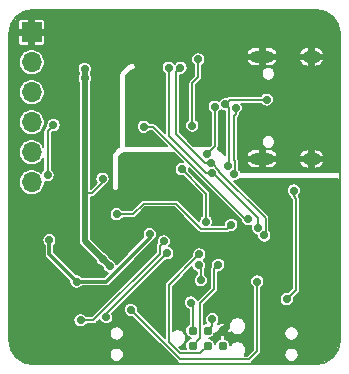
<source format=gbl>
G04 #@! TF.GenerationSoftware,KiCad,Pcbnew,5.1.5-52549c5~84~ubuntu19.10.1*
G04 #@! TF.CreationDate,2020-03-01T18:45:08+01:00*
G04 #@! TF.ProjectId,C245,43323435-2e6b-4696-9361-645f70636258,rev?*
G04 #@! TF.SameCoordinates,Original*
G04 #@! TF.FileFunction,Copper,L2,Bot*
G04 #@! TF.FilePolarity,Positive*
%FSLAX46Y46*%
G04 Gerber Fmt 4.6, Leading zero omitted, Abs format (unit mm)*
G04 Created by KiCad (PCBNEW 5.1.5-52549c5~84~ubuntu19.10.1) date 2020-03-01 18:45:08*
%MOMM*%
%LPD*%
G04 APERTURE LIST*
%ADD10C,0.150000*%
%ADD11O,1.700000X1.700000*%
%ADD12R,1.700000X1.700000*%
%ADD13C,0.784860*%
%ADD14O,2.100000X1.000000*%
%ADD15O,1.600000X1.000000*%
%ADD16C,0.700000*%
%ADD17C,0.154000*%
%ADD18C,0.500000*%
%ADD19C,0.300000*%
%ADD20C,0.200000*%
G04 APERTURE END LIST*
D10*
X88000000Y-120000001D02*
G75*
G02X85999999Y-118000000I0J2000001D01*
G01*
X114000001Y-118000000D02*
G75*
G02X112000000Y-120000001I-2000001J0D01*
G01*
X112000000Y-89999999D02*
G75*
G02X114000001Y-92000000I0J-2000001D01*
G01*
X86000000Y-92000000D02*
G75*
G02X88000000Y-90000000I2000000J0D01*
G01*
X86000000Y-92000000D02*
X85999999Y-118000000D01*
X112000000Y-90000000D02*
X88000000Y-90000000D01*
X114000000Y-118000000D02*
X114000000Y-92000000D01*
X88000000Y-120000001D02*
X112000000Y-120000001D01*
D11*
X87900000Y-104600000D03*
X87900000Y-102060000D03*
X87900000Y-99520000D03*
X87900000Y-96980000D03*
X87900000Y-94440000D03*
D12*
X87900000Y-91900000D03*
D13*
X104070000Y-118435000D03*
X104070000Y-117165000D03*
X102800000Y-118435000D03*
X102800000Y-117165000D03*
X101530000Y-118435000D03*
X101530000Y-117165000D03*
D14*
X107415000Y-102620000D03*
X107415000Y-93980000D03*
D15*
X111595000Y-102620000D03*
X111595000Y-93980000D03*
D16*
X95800000Y-109800000D03*
X95000000Y-110500000D03*
X94700000Y-109300000D03*
X94300000Y-108400000D03*
X93800000Y-108900000D03*
X98200000Y-98700000D03*
X98200000Y-97100000D03*
X97000000Y-95900000D03*
X101400000Y-95300000D03*
X103900000Y-95500000D03*
X102300000Y-98000000D03*
X99100000Y-107500000D03*
X96500000Y-99900000D03*
X101100000Y-106000000D03*
X98900000Y-108600000D03*
X96500000Y-108400000D03*
X95100000Y-105800000D03*
X93900000Y-100400000D03*
X93900000Y-101400000D03*
X90300000Y-94000000D03*
X91100000Y-94000000D03*
X104000000Y-100700000D03*
X104000000Y-101500000D03*
X98600000Y-104100000D03*
X97800000Y-104100000D03*
X99600000Y-102400000D03*
X96300000Y-106600000D03*
X103538468Y-107897497D03*
X109500000Y-116200000D03*
X110400000Y-114900000D03*
X107400000Y-112100000D03*
X107300000Y-110400000D03*
X105400000Y-109200000D03*
X104200000Y-113100000D03*
X103400000Y-109300000D03*
X106300000Y-118000000D03*
X100400000Y-116600000D03*
X100300000Y-115100000D03*
X98800000Y-115200000D03*
X97600000Y-115400000D03*
X95500000Y-116000000D03*
X94000000Y-114500000D03*
X93100000Y-113900000D03*
X88700000Y-107500000D03*
X90400000Y-105900000D03*
X89800000Y-105100000D03*
X91500000Y-105200000D03*
X94100000Y-105300000D03*
X111100000Y-112100000D03*
X112600000Y-114700000D03*
X111700000Y-116000000D03*
X112000000Y-109700000D03*
X112300000Y-106200000D03*
X105600000Y-104600000D03*
X108400000Y-105700000D03*
X102800000Y-100800000D03*
X99381309Y-110605982D03*
X94216663Y-116016663D03*
X92400000Y-95800000D03*
X92400000Y-95000000D03*
X94500000Y-111700000D03*
X93900000Y-111100000D03*
X93900000Y-104299996D03*
X102000000Y-94200000D03*
X101500000Y-99800000D03*
X99100000Y-109600000D03*
X92041691Y-116287999D03*
X97400000Y-99900000D03*
X106200000Y-107700000D03*
X103400000Y-98200000D03*
X91700000Y-113000000D03*
X97900000Y-109000000D03*
X89400000Y-109500000D03*
X102771216Y-102185655D03*
X101381010Y-114777598D03*
X99500000Y-94900000D03*
X103127748Y-103831941D03*
X107052861Y-108444275D03*
X100500000Y-94900000D03*
X103098498Y-102974466D03*
X107600000Y-109100000D03*
X103200000Y-116200000D03*
X103700008Y-111588580D03*
X102100000Y-110700000D03*
X110100000Y-105300000D03*
X109500000Y-114500000D03*
X95100002Y-107300000D03*
X104800008Y-108200000D03*
X107000000Y-113000000D03*
X96300000Y-115400000D03*
X89750000Y-99750000D03*
X89250000Y-104000000D03*
X104300000Y-98000000D03*
X107800000Y-97600000D03*
X104500000Y-103200000D03*
X105003877Y-103903877D03*
X105181010Y-98299696D03*
X100600000Y-103500000D03*
X102661510Y-107962184D03*
X102233027Y-112900000D03*
X102040303Y-111613569D03*
D17*
X99381309Y-110605982D02*
X94216663Y-115770628D01*
X94216663Y-115770628D02*
X94216663Y-116016663D01*
D18*
X94500000Y-111700000D02*
X93900000Y-111100000D01*
X93900000Y-111100000D02*
X92400000Y-109600000D01*
X92400000Y-109600000D02*
X92400000Y-105500000D01*
X92400000Y-105500000D02*
X92400000Y-95000000D01*
D17*
X92400000Y-105500000D02*
X93000000Y-105500000D01*
X93900000Y-104600000D02*
X93900000Y-104299996D01*
X93000000Y-105500000D02*
X93900000Y-104600000D01*
X102000000Y-94200000D02*
X102000000Y-95700000D01*
X101500000Y-99305026D02*
X101500000Y-99800000D01*
X101500000Y-96200000D02*
X101500000Y-99305026D01*
X102000000Y-95700000D02*
X101500000Y-96200000D01*
X98750001Y-109949999D02*
X98750001Y-110649999D01*
X98750001Y-110649999D02*
X93112001Y-116287999D01*
X93112001Y-116287999D02*
X92536665Y-116287999D01*
X92536665Y-116287999D02*
X92041691Y-116287999D01*
X99100000Y-109600000D02*
X98750001Y-109949999D01*
X97894974Y-99900000D02*
X97400000Y-99900000D01*
X98200000Y-99900000D02*
X97400000Y-99900000D01*
X106200000Y-107700000D02*
X106000000Y-107700000D01*
X106000000Y-107700000D02*
X98200000Y-99900000D01*
D19*
X97900000Y-109300000D02*
X97900000Y-109000000D01*
X91700000Y-113000000D02*
X94200000Y-113000000D01*
X94200000Y-113000000D02*
X97900000Y-109300000D01*
X89400000Y-110700000D02*
X91700000Y-113000000D01*
X89400000Y-109500000D02*
X89400000Y-110700000D01*
D17*
X103400000Y-101556871D02*
X102771216Y-102185655D01*
X103400000Y-98200000D02*
X103400000Y-101556871D01*
X101530000Y-114926588D02*
X101381010Y-114777598D01*
X101530000Y-117165000D02*
X101530000Y-114926588D01*
X99500000Y-94900000D02*
X99500000Y-100699167D01*
X102632774Y-103831941D02*
X103127748Y-103831941D01*
X99500000Y-100699167D02*
X102632774Y-103831941D01*
X107052861Y-107652861D02*
X107052861Y-108444275D01*
X103127748Y-103831941D02*
X103231941Y-103831941D01*
X103231941Y-103831941D02*
X107052861Y-107652861D01*
X100100000Y-100470942D02*
X102603524Y-102974466D01*
X100500000Y-94900000D02*
X100100000Y-95300000D01*
X102603524Y-102974466D02*
X103098498Y-102974466D01*
X100100000Y-95300000D02*
X100100000Y-100470942D01*
X107700000Y-109000000D02*
X107600000Y-109100000D01*
X103174466Y-102974466D02*
X103800000Y-103600000D01*
X103800000Y-103600000D02*
X103800000Y-103700000D01*
X103098498Y-102974466D02*
X103174466Y-102974466D01*
X103800000Y-103700000D02*
X107700000Y-107600000D01*
X107700000Y-107600000D02*
X107700000Y-109000000D01*
X103200000Y-116765000D02*
X102800000Y-117165000D01*
X103200000Y-116200000D02*
X103200000Y-116765000D01*
X101530000Y-118435000D02*
X102153431Y-117811569D01*
X102153431Y-117811569D02*
X102153431Y-114846569D01*
X102153431Y-114846569D02*
X103350009Y-113649991D01*
X103350009Y-113649991D02*
X103350009Y-111938579D01*
X103350009Y-111938579D02*
X103700008Y-111588580D01*
X99500000Y-118113047D02*
X99500000Y-113300000D01*
X100445384Y-119058431D02*
X99500000Y-118113047D01*
X101750001Y-111049999D02*
X102100000Y-110700000D01*
X102176569Y-119058431D02*
X100445384Y-119058431D01*
X99500000Y-113300000D02*
X101750001Y-111049999D01*
X102800000Y-118435000D02*
X102176569Y-119058431D01*
X110100000Y-105794974D02*
X110300000Y-105994974D01*
X110100000Y-105300000D02*
X110100000Y-105794974D01*
X110300000Y-105994974D02*
X110300000Y-113700000D01*
X110300000Y-113700000D02*
X109500000Y-114500000D01*
X96494974Y-107300000D02*
X97394974Y-106400000D01*
X97394974Y-106400000D02*
X100100000Y-106400000D01*
X95100002Y-107300000D02*
X96494974Y-107300000D01*
X100100000Y-106400000D02*
X102249999Y-108549999D01*
X104450009Y-108549999D02*
X104800008Y-108200000D01*
X102249999Y-108549999D02*
X104450009Y-108549999D01*
X100500000Y-119600000D02*
X96300000Y-115400000D01*
X107000000Y-113000000D02*
X107000000Y-118900000D01*
X106300000Y-119600000D02*
X100500000Y-119600000D01*
X107000000Y-118900000D02*
X106300000Y-119600000D01*
D20*
X89750000Y-99750000D02*
X89250000Y-100250000D01*
X89250000Y-100250000D02*
X89250000Y-104000000D01*
D17*
X104700000Y-97600000D02*
X104300000Y-98000000D01*
X107800000Y-97600000D02*
X104700000Y-97600000D01*
X104600000Y-103100000D02*
X104500000Y-103200000D01*
X104300000Y-98000000D02*
X104600000Y-98300000D01*
X104600000Y-98300000D02*
X104600000Y-103100000D01*
X105181010Y-98794670D02*
X105181010Y-98299696D01*
X105000000Y-98975680D02*
X105181010Y-98794670D01*
X105003877Y-103696123D02*
X105100000Y-103600000D01*
X105092593Y-102792593D02*
X105000000Y-102700000D01*
X105000000Y-102700000D02*
X105000000Y-98975680D01*
X105100000Y-103600000D02*
X105092593Y-103407407D01*
X105003877Y-103903877D02*
X105003877Y-103696123D01*
X105092593Y-103407407D02*
X105092593Y-102792593D01*
X102661510Y-105561510D02*
X102661510Y-107962184D01*
X100600000Y-103500000D02*
X102661510Y-105561510D01*
X102233027Y-111806293D02*
X102040303Y-111613569D01*
X102233027Y-112900000D02*
X102233027Y-111806293D01*
D20*
G36*
X112354316Y-90210580D02*
G01*
X112695133Y-90313478D01*
X113009479Y-90480619D01*
X113285366Y-90705627D01*
X113512301Y-90979944D01*
X113681626Y-91293104D01*
X113786904Y-91633204D01*
X113824984Y-91995510D01*
X113825001Y-92000329D01*
X113825001Y-103700000D01*
X105661312Y-103700000D01*
X105627358Y-103685936D01*
X105498732Y-103557310D01*
X105473034Y-103518850D01*
X105426327Y-103472143D01*
X105423593Y-103401063D01*
X105423593Y-102938711D01*
X106131226Y-102938711D01*
X106157894Y-103044265D01*
X106254251Y-103174062D01*
X106374078Y-103282567D01*
X106512771Y-103365610D01*
X106665000Y-103420000D01*
X107215000Y-103420000D01*
X107215000Y-102820000D01*
X107615000Y-102820000D01*
X107615000Y-103420000D01*
X108165000Y-103420000D01*
X108317229Y-103365610D01*
X108455922Y-103282567D01*
X108575749Y-103174062D01*
X108672106Y-103044265D01*
X108698774Y-102938711D01*
X110561226Y-102938711D01*
X110599094Y-103050932D01*
X110696536Y-103178416D01*
X110816977Y-103284441D01*
X110955788Y-103364932D01*
X111107635Y-103416795D01*
X111266682Y-103438038D01*
X111395000Y-103357397D01*
X111395000Y-102820000D01*
X111795000Y-102820000D01*
X111795000Y-103357397D01*
X111923318Y-103438038D01*
X112082365Y-103416795D01*
X112234212Y-103364932D01*
X112373023Y-103284441D01*
X112493464Y-103178416D01*
X112590906Y-103050932D01*
X112628774Y-102938711D01*
X112591868Y-102820000D01*
X111795000Y-102820000D01*
X111395000Y-102820000D01*
X110598132Y-102820000D01*
X110561226Y-102938711D01*
X108698774Y-102938711D01*
X108661868Y-102820000D01*
X107615000Y-102820000D01*
X107215000Y-102820000D01*
X106168132Y-102820000D01*
X106131226Y-102938711D01*
X105423593Y-102938711D01*
X105423593Y-102808839D01*
X105425193Y-102792592D01*
X105423593Y-102776345D01*
X105423593Y-102776338D01*
X105418803Y-102727706D01*
X105399876Y-102665312D01*
X105369141Y-102607810D01*
X105331000Y-102561336D01*
X105331000Y-102301289D01*
X106131226Y-102301289D01*
X106168132Y-102420000D01*
X107215000Y-102420000D01*
X107215000Y-101820000D01*
X107615000Y-101820000D01*
X107615000Y-102420000D01*
X108661868Y-102420000D01*
X108698774Y-102301289D01*
X110561226Y-102301289D01*
X110598132Y-102420000D01*
X111395000Y-102420000D01*
X111395000Y-101882603D01*
X111795000Y-101882603D01*
X111795000Y-102420000D01*
X112591868Y-102420000D01*
X112628774Y-102301289D01*
X112590906Y-102189068D01*
X112493464Y-102061584D01*
X112373023Y-101955559D01*
X112234212Y-101875068D01*
X112082365Y-101823205D01*
X111923318Y-101801962D01*
X111795000Y-101882603D01*
X111395000Y-101882603D01*
X111266682Y-101801962D01*
X111107635Y-101823205D01*
X110955788Y-101875068D01*
X110816977Y-101955559D01*
X110696536Y-102061584D01*
X110599094Y-102189068D01*
X110561226Y-102301289D01*
X108698774Y-102301289D01*
X108672106Y-102195735D01*
X108575749Y-102065938D01*
X108455922Y-101957433D01*
X108317229Y-101874390D01*
X108165000Y-101820000D01*
X107615000Y-101820000D01*
X107215000Y-101820000D01*
X106665000Y-101820000D01*
X106512771Y-101874390D01*
X106374078Y-101957433D01*
X106254251Y-102065938D01*
X106157894Y-102195735D01*
X106131226Y-102301289D01*
X105331000Y-102301289D01*
X105331000Y-101132973D01*
X107366000Y-101132973D01*
X107366000Y-101247027D01*
X107388250Y-101358888D01*
X107431896Y-101464260D01*
X107495261Y-101559091D01*
X107575909Y-101639739D01*
X107670740Y-101703104D01*
X107776112Y-101746750D01*
X107887973Y-101769000D01*
X108002027Y-101769000D01*
X108113888Y-101746750D01*
X108219260Y-101703104D01*
X108314091Y-101639739D01*
X108394739Y-101559091D01*
X108458104Y-101464260D01*
X108501750Y-101358888D01*
X108524000Y-101247027D01*
X108524000Y-101132973D01*
X108501750Y-101021112D01*
X108458104Y-100915740D01*
X108394739Y-100820909D01*
X108314091Y-100740261D01*
X108219260Y-100676896D01*
X108113888Y-100633250D01*
X108002027Y-100611000D01*
X107887973Y-100611000D01*
X107776112Y-100633250D01*
X107670740Y-100676896D01*
X107575909Y-100740261D01*
X107495261Y-100820909D01*
X107431896Y-100915740D01*
X107388250Y-101021112D01*
X107366000Y-101132973D01*
X105331000Y-101132973D01*
X105331000Y-99112784D01*
X105403568Y-99040216D01*
X105416194Y-99029854D01*
X105457558Y-98979453D01*
X105488293Y-98921951D01*
X105507220Y-98859557D01*
X105512010Y-98810925D01*
X105512010Y-98810917D01*
X105512639Y-98804532D01*
X105566037Y-98768853D01*
X105650167Y-98684723D01*
X105716267Y-98585797D01*
X105761798Y-98475876D01*
X105785010Y-98359185D01*
X105785010Y-98240207D01*
X105761798Y-98123516D01*
X105716267Y-98013595D01*
X105661079Y-97931000D01*
X107294743Y-97931000D01*
X107330843Y-97985027D01*
X107414973Y-98069157D01*
X107513899Y-98135257D01*
X107623820Y-98180788D01*
X107740511Y-98204000D01*
X107859489Y-98204000D01*
X107976180Y-98180788D01*
X108086101Y-98135257D01*
X108185027Y-98069157D01*
X108269157Y-97985027D01*
X108335257Y-97886101D01*
X108380788Y-97776180D01*
X108404000Y-97659489D01*
X108404000Y-97540511D01*
X108380788Y-97423820D01*
X108335257Y-97313899D01*
X108269157Y-97214973D01*
X108185027Y-97130843D01*
X108086101Y-97064743D01*
X107976180Y-97019212D01*
X107859489Y-96996000D01*
X107740511Y-96996000D01*
X107623820Y-97019212D01*
X107513899Y-97064743D01*
X107414973Y-97130843D01*
X107330843Y-97214973D01*
X107294743Y-97269000D01*
X104716244Y-97269000D01*
X104699999Y-97267400D01*
X104683754Y-97269000D01*
X104683745Y-97269000D01*
X104635113Y-97273790D01*
X104572719Y-97292717D01*
X104515217Y-97323452D01*
X104515215Y-97323453D01*
X104515216Y-97323453D01*
X104477441Y-97354454D01*
X104477437Y-97354458D01*
X104464816Y-97364816D01*
X104454458Y-97377437D01*
X104423218Y-97408677D01*
X104359489Y-97396000D01*
X104240511Y-97396000D01*
X104123820Y-97419212D01*
X104013899Y-97464743D01*
X103914973Y-97530843D01*
X103830843Y-97614973D01*
X103764743Y-97713899D01*
X103763643Y-97716555D01*
X103686101Y-97664743D01*
X103576180Y-97619212D01*
X103459489Y-97596000D01*
X103340511Y-97596000D01*
X103223820Y-97619212D01*
X103113899Y-97664743D01*
X103014973Y-97730843D01*
X102930843Y-97814973D01*
X102864743Y-97913899D01*
X102819212Y-98023820D01*
X102796000Y-98140511D01*
X102796000Y-98259489D01*
X102819212Y-98376180D01*
X102864743Y-98486101D01*
X102930843Y-98585027D01*
X103014973Y-98669157D01*
X103069000Y-98705257D01*
X103069001Y-101419765D01*
X102988766Y-101500000D01*
X101597163Y-101500000D01*
X100431000Y-100333838D01*
X100431000Y-99740511D01*
X100896000Y-99740511D01*
X100896000Y-99859489D01*
X100919212Y-99976180D01*
X100964743Y-100086101D01*
X101030843Y-100185027D01*
X101114973Y-100269157D01*
X101213899Y-100335257D01*
X101323820Y-100380788D01*
X101440511Y-100404000D01*
X101559489Y-100404000D01*
X101676180Y-100380788D01*
X101786101Y-100335257D01*
X101885027Y-100269157D01*
X101969157Y-100185027D01*
X102035257Y-100086101D01*
X102080788Y-99976180D01*
X102104000Y-99859489D01*
X102104000Y-99740511D01*
X102080788Y-99623820D01*
X102035257Y-99513899D01*
X101969157Y-99414973D01*
X101885027Y-99330843D01*
X101831000Y-99294743D01*
X101831000Y-96337104D01*
X102222563Y-95945542D01*
X102235184Y-95935184D01*
X102245542Y-95922563D01*
X102245546Y-95922559D01*
X102276547Y-95884784D01*
X102281243Y-95876000D01*
X102307283Y-95827281D01*
X102326210Y-95764888D01*
X102328611Y-95740511D01*
X102331000Y-95716255D01*
X102331000Y-95716247D01*
X102332600Y-95700000D01*
X102331000Y-95683753D01*
X102331000Y-95352973D01*
X107366000Y-95352973D01*
X107366000Y-95467027D01*
X107388250Y-95578888D01*
X107431896Y-95684260D01*
X107495261Y-95779091D01*
X107575909Y-95859739D01*
X107670740Y-95923104D01*
X107776112Y-95966750D01*
X107887973Y-95989000D01*
X108002027Y-95989000D01*
X108113888Y-95966750D01*
X108219260Y-95923104D01*
X108314091Y-95859739D01*
X108394739Y-95779091D01*
X108458104Y-95684260D01*
X108501750Y-95578888D01*
X108524000Y-95467027D01*
X108524000Y-95352973D01*
X108501750Y-95241112D01*
X108458104Y-95135740D01*
X108394739Y-95040909D01*
X108314091Y-94960261D01*
X108219260Y-94896896D01*
X108113888Y-94853250D01*
X108002027Y-94831000D01*
X107887973Y-94831000D01*
X107776112Y-94853250D01*
X107670740Y-94896896D01*
X107575909Y-94960261D01*
X107495261Y-95040909D01*
X107431896Y-95135740D01*
X107388250Y-95241112D01*
X107366000Y-95352973D01*
X102331000Y-95352973D01*
X102331000Y-94705257D01*
X102385027Y-94669157D01*
X102469157Y-94585027D01*
X102535257Y-94486101D01*
X102580788Y-94376180D01*
X102596198Y-94298711D01*
X106131226Y-94298711D01*
X106157894Y-94404265D01*
X106254251Y-94534062D01*
X106374078Y-94642567D01*
X106512771Y-94725610D01*
X106665000Y-94780000D01*
X107215000Y-94780000D01*
X107215000Y-94180000D01*
X107615000Y-94180000D01*
X107615000Y-94780000D01*
X108165000Y-94780000D01*
X108317229Y-94725610D01*
X108455922Y-94642567D01*
X108575749Y-94534062D01*
X108672106Y-94404265D01*
X108698774Y-94298711D01*
X110561226Y-94298711D01*
X110599094Y-94410932D01*
X110696536Y-94538416D01*
X110816977Y-94644441D01*
X110955788Y-94724932D01*
X111107635Y-94776795D01*
X111266682Y-94798038D01*
X111395000Y-94717397D01*
X111395000Y-94180000D01*
X111795000Y-94180000D01*
X111795000Y-94717397D01*
X111923318Y-94798038D01*
X112082365Y-94776795D01*
X112234212Y-94724932D01*
X112373023Y-94644441D01*
X112493464Y-94538416D01*
X112590906Y-94410932D01*
X112628774Y-94298711D01*
X112591868Y-94180000D01*
X111795000Y-94180000D01*
X111395000Y-94180000D01*
X110598132Y-94180000D01*
X110561226Y-94298711D01*
X108698774Y-94298711D01*
X108661868Y-94180000D01*
X107615000Y-94180000D01*
X107215000Y-94180000D01*
X106168132Y-94180000D01*
X106131226Y-94298711D01*
X102596198Y-94298711D01*
X102604000Y-94259489D01*
X102604000Y-94140511D01*
X102580788Y-94023820D01*
X102535257Y-93913899D01*
X102469157Y-93814973D01*
X102385027Y-93730843D01*
X102286101Y-93664743D01*
X102277763Y-93661289D01*
X106131226Y-93661289D01*
X106168132Y-93780000D01*
X107215000Y-93780000D01*
X107215000Y-93180000D01*
X107615000Y-93180000D01*
X107615000Y-93780000D01*
X108661868Y-93780000D01*
X108698774Y-93661289D01*
X110561226Y-93661289D01*
X110598132Y-93780000D01*
X111395000Y-93780000D01*
X111395000Y-93242603D01*
X111795000Y-93242603D01*
X111795000Y-93780000D01*
X112591868Y-93780000D01*
X112628774Y-93661289D01*
X112590906Y-93549068D01*
X112493464Y-93421584D01*
X112373023Y-93315559D01*
X112234212Y-93235068D01*
X112082365Y-93183205D01*
X111923318Y-93161962D01*
X111795000Y-93242603D01*
X111395000Y-93242603D01*
X111266682Y-93161962D01*
X111107635Y-93183205D01*
X110955788Y-93235068D01*
X110816977Y-93315559D01*
X110696536Y-93421584D01*
X110599094Y-93549068D01*
X110561226Y-93661289D01*
X108698774Y-93661289D01*
X108672106Y-93555735D01*
X108575749Y-93425938D01*
X108455922Y-93317433D01*
X108317229Y-93234390D01*
X108165000Y-93180000D01*
X107615000Y-93180000D01*
X107215000Y-93180000D01*
X106665000Y-93180000D01*
X106512771Y-93234390D01*
X106374078Y-93317433D01*
X106254251Y-93425938D01*
X106157894Y-93555735D01*
X106131226Y-93661289D01*
X102277763Y-93661289D01*
X102176180Y-93619212D01*
X102059489Y-93596000D01*
X101940511Y-93596000D01*
X101823820Y-93619212D01*
X101713899Y-93664743D01*
X101614973Y-93730843D01*
X101530843Y-93814973D01*
X101464743Y-93913899D01*
X101419212Y-94023820D01*
X101396000Y-94140511D01*
X101396000Y-94259489D01*
X101419212Y-94376180D01*
X101464743Y-94486101D01*
X101530843Y-94585027D01*
X101614973Y-94669157D01*
X101669000Y-94705257D01*
X101669001Y-95562894D01*
X101277442Y-95954453D01*
X101264816Y-95964816D01*
X101223452Y-96015218D01*
X101192717Y-96072720D01*
X101173790Y-96135114D01*
X101169000Y-96183746D01*
X101169000Y-96183753D01*
X101167400Y-96200000D01*
X101169000Y-96216247D01*
X101169001Y-99288762D01*
X101169000Y-99288772D01*
X101169000Y-99294743D01*
X101114973Y-99330843D01*
X101030843Y-99414973D01*
X100964743Y-99513899D01*
X100919212Y-99623820D01*
X100896000Y-99740511D01*
X100431000Y-99740511D01*
X100431000Y-95502108D01*
X100440511Y-95504000D01*
X100559489Y-95504000D01*
X100676180Y-95480788D01*
X100786101Y-95435257D01*
X100885027Y-95369157D01*
X100969157Y-95285027D01*
X101035257Y-95186101D01*
X101080788Y-95076180D01*
X101104000Y-94959489D01*
X101104000Y-94840511D01*
X101080788Y-94723820D01*
X101035257Y-94613899D01*
X100969157Y-94514973D01*
X100885027Y-94430843D01*
X100786101Y-94364743D01*
X100676180Y-94319212D01*
X100559489Y-94296000D01*
X100440511Y-94296000D01*
X100323820Y-94319212D01*
X100213899Y-94364743D01*
X100114973Y-94430843D01*
X100030843Y-94514973D01*
X100000000Y-94561133D01*
X99969157Y-94514973D01*
X99885027Y-94430843D01*
X99786101Y-94364743D01*
X99676180Y-94319212D01*
X99559489Y-94296000D01*
X99440511Y-94296000D01*
X99323820Y-94319212D01*
X99213899Y-94364743D01*
X99114973Y-94430843D01*
X99030843Y-94514973D01*
X98964743Y-94613899D01*
X98919212Y-94723820D01*
X98896000Y-94840511D01*
X98896000Y-94959489D01*
X98919212Y-95076180D01*
X98964743Y-95186101D01*
X99030843Y-95285027D01*
X99114973Y-95369157D01*
X99169000Y-95405257D01*
X99169001Y-100400897D01*
X98445547Y-99677443D01*
X98435184Y-99664816D01*
X98384783Y-99623452D01*
X98327281Y-99592717D01*
X98264887Y-99573790D01*
X98216255Y-99569000D01*
X98216247Y-99569000D01*
X98200000Y-99567400D01*
X98183753Y-99569000D01*
X97905257Y-99569000D01*
X97869157Y-99514973D01*
X97785027Y-99430843D01*
X97686101Y-99364743D01*
X97576180Y-99319212D01*
X97459489Y-99296000D01*
X97340511Y-99296000D01*
X97223820Y-99319212D01*
X97113899Y-99364743D01*
X97014973Y-99430843D01*
X96930843Y-99514973D01*
X96864743Y-99613899D01*
X96819212Y-99723820D01*
X96796000Y-99840511D01*
X96796000Y-99959489D01*
X96819212Y-100076180D01*
X96864743Y-100186101D01*
X96930843Y-100285027D01*
X97014973Y-100369157D01*
X97113899Y-100435257D01*
X97223820Y-100480788D01*
X97340511Y-100504000D01*
X97459489Y-100504000D01*
X97576180Y-100480788D01*
X97686101Y-100435257D01*
X97785027Y-100369157D01*
X97869157Y-100285027D01*
X97905257Y-100231000D01*
X98062896Y-100231000D01*
X99331896Y-101500000D01*
X95900000Y-101500000D01*
X95900000Y-95661312D01*
X95914064Y-95627358D01*
X96427358Y-95114064D01*
X96461312Y-95100000D01*
X96500000Y-95100000D01*
X96519508Y-95098079D01*
X96538268Y-95092388D01*
X96608979Y-95063099D01*
X96626268Y-95053858D01*
X96641422Y-95041421D01*
X96653858Y-95026268D01*
X96663099Y-95008979D01*
X96692388Y-94938268D01*
X96698079Y-94919509D01*
X96700000Y-94900000D01*
X96700000Y-94700000D01*
X96698079Y-94680492D01*
X96692388Y-94661732D01*
X96663099Y-94591021D01*
X96653858Y-94573732D01*
X96641421Y-94558578D01*
X96626268Y-94546142D01*
X96608979Y-94536901D01*
X96538268Y-94507612D01*
X96519509Y-94501921D01*
X96500000Y-94500000D01*
X96241421Y-94500000D01*
X96221912Y-94501921D01*
X96203153Y-94507612D01*
X96132443Y-94536901D01*
X96115154Y-94546142D01*
X96100000Y-94558578D01*
X95358578Y-95300000D01*
X95346142Y-95315154D01*
X95336901Y-95332443D01*
X95307612Y-95403153D01*
X95301921Y-95421912D01*
X95300000Y-95441421D01*
X95300000Y-101586907D01*
X95256607Y-101608948D01*
X95246337Y-101614959D01*
X95231183Y-101627395D01*
X94758578Y-102100000D01*
X94746142Y-102115154D01*
X94736901Y-102132443D01*
X94707612Y-102203153D01*
X94701921Y-102221912D01*
X94700000Y-102241421D01*
X94700000Y-105100000D01*
X94701921Y-105119508D01*
X94707612Y-105138268D01*
X94736901Y-105208979D01*
X94746142Y-105226268D01*
X94758579Y-105241422D01*
X94773732Y-105253858D01*
X94791021Y-105263099D01*
X94861732Y-105292388D01*
X94880491Y-105298079D01*
X94900000Y-105300000D01*
X95100000Y-105300000D01*
X95119508Y-105298079D01*
X95138268Y-105292388D01*
X95208979Y-105263099D01*
X95226268Y-105253858D01*
X95241422Y-105241421D01*
X95253858Y-105226268D01*
X95263099Y-105208979D01*
X95292388Y-105138268D01*
X95298079Y-105119509D01*
X95300000Y-105100000D01*
X95300000Y-102461312D01*
X95314064Y-102427358D01*
X95619746Y-102121676D01*
X95627449Y-102113024D01*
X95635820Y-102100000D01*
X99931896Y-102100000D01*
X100744882Y-102912986D01*
X100659489Y-102896000D01*
X100540511Y-102896000D01*
X100423820Y-102919212D01*
X100313899Y-102964743D01*
X100214973Y-103030843D01*
X100130843Y-103114973D01*
X100064743Y-103213899D01*
X100019212Y-103323820D01*
X99996000Y-103440511D01*
X99996000Y-103559489D01*
X100019212Y-103676180D01*
X100064743Y-103786101D01*
X100130843Y-103885027D01*
X100214973Y-103969157D01*
X100313899Y-104035257D01*
X100423820Y-104080788D01*
X100540511Y-104104000D01*
X100659489Y-104104000D01*
X100723219Y-104091323D01*
X102330510Y-105698615D01*
X102330511Y-107456927D01*
X102276483Y-107493027D01*
X102192353Y-107577157D01*
X102126253Y-107676083D01*
X102080722Y-107786004D01*
X102059715Y-107891610D01*
X100345547Y-106177443D01*
X100335184Y-106164816D01*
X100284783Y-106123452D01*
X100227281Y-106092717D01*
X100164887Y-106073790D01*
X100116255Y-106069000D01*
X100116247Y-106069000D01*
X100100000Y-106067400D01*
X100083753Y-106069000D01*
X97411220Y-106069000D01*
X97394973Y-106067400D01*
X97378726Y-106069000D01*
X97378719Y-106069000D01*
X97336271Y-106073181D01*
X97330086Y-106073790D01*
X97267693Y-106092717D01*
X97210191Y-106123452D01*
X97210189Y-106123453D01*
X97210190Y-106123453D01*
X97172415Y-106154454D01*
X97172411Y-106154458D01*
X97159790Y-106164816D01*
X97149432Y-106177437D01*
X96357870Y-106969000D01*
X95605259Y-106969000D01*
X95569159Y-106914973D01*
X95485029Y-106830843D01*
X95386103Y-106764743D01*
X95276182Y-106719212D01*
X95159491Y-106696000D01*
X95040513Y-106696000D01*
X94923822Y-106719212D01*
X94813901Y-106764743D01*
X94714975Y-106830843D01*
X94630845Y-106914973D01*
X94564745Y-107013899D01*
X94519214Y-107123820D01*
X94496002Y-107240511D01*
X94496002Y-107359489D01*
X94519214Y-107476180D01*
X94564745Y-107586101D01*
X94630845Y-107685027D01*
X94714975Y-107769157D01*
X94813901Y-107835257D01*
X94923822Y-107880788D01*
X95040513Y-107904000D01*
X95159491Y-107904000D01*
X95276182Y-107880788D01*
X95386103Y-107835257D01*
X95485029Y-107769157D01*
X95569159Y-107685027D01*
X95605259Y-107631000D01*
X96478727Y-107631000D01*
X96494974Y-107632600D01*
X96511221Y-107631000D01*
X96511229Y-107631000D01*
X96559861Y-107626210D01*
X96622255Y-107607283D01*
X96679757Y-107576548D01*
X96730158Y-107535184D01*
X96740521Y-107522557D01*
X97532079Y-106731000D01*
X99962896Y-106731000D01*
X102004457Y-108772562D01*
X102014815Y-108785183D01*
X102027436Y-108795541D01*
X102027440Y-108795545D01*
X102049805Y-108813899D01*
X102065216Y-108826547D01*
X102099081Y-108844648D01*
X102122718Y-108857282D01*
X102185111Y-108876209D01*
X102190758Y-108876765D01*
X102233744Y-108880999D01*
X102233752Y-108880999D01*
X102249999Y-108882599D01*
X102266246Y-108880999D01*
X104433762Y-108880999D01*
X104450009Y-108882599D01*
X104466256Y-108880999D01*
X104466264Y-108880999D01*
X104514896Y-108876209D01*
X104577290Y-108857282D01*
X104634792Y-108826547D01*
X104677532Y-108791471D01*
X104740519Y-108804000D01*
X104859497Y-108804000D01*
X104976188Y-108780788D01*
X105086109Y-108735257D01*
X105185035Y-108669157D01*
X105269165Y-108585027D01*
X105335265Y-108486101D01*
X105380796Y-108376180D01*
X105404008Y-108259489D01*
X105404008Y-108140511D01*
X105380796Y-108023820D01*
X105335265Y-107913899D01*
X105269165Y-107814973D01*
X105185035Y-107730843D01*
X105086109Y-107664743D01*
X104976188Y-107619212D01*
X104859497Y-107596000D01*
X104740519Y-107596000D01*
X104623828Y-107619212D01*
X104513907Y-107664743D01*
X104414981Y-107730843D01*
X104330851Y-107814973D01*
X104264751Y-107913899D01*
X104219220Y-108023820D01*
X104196008Y-108140511D01*
X104196008Y-108218999D01*
X103208898Y-108218999D01*
X103242298Y-108138364D01*
X103265510Y-108021673D01*
X103265510Y-107902695D01*
X103242298Y-107786004D01*
X103196767Y-107676083D01*
X103130667Y-107577157D01*
X103046537Y-107493027D01*
X102992510Y-107456927D01*
X102992510Y-105577754D01*
X102994110Y-105561509D01*
X102992510Y-105545264D01*
X102992510Y-105545255D01*
X102987720Y-105496623D01*
X102968793Y-105434229D01*
X102938058Y-105376727D01*
X102923911Y-105359489D01*
X102907056Y-105338951D01*
X102907052Y-105338947D01*
X102896694Y-105326326D01*
X102884074Y-105315969D01*
X101191323Y-103623219D01*
X101204000Y-103559489D01*
X101204000Y-103440511D01*
X101187014Y-103355118D01*
X105597146Y-107765251D01*
X105619212Y-107876180D01*
X105664743Y-107986101D01*
X105730843Y-108085027D01*
X105814973Y-108169157D01*
X105913899Y-108235257D01*
X106023820Y-108280788D01*
X106140511Y-108304000D01*
X106259489Y-108304000D01*
X106376180Y-108280788D01*
X106485587Y-108235470D01*
X106472073Y-108268095D01*
X106448861Y-108384786D01*
X106448861Y-108503764D01*
X106472073Y-108620455D01*
X106517604Y-108730376D01*
X106583704Y-108829302D01*
X106667834Y-108913432D01*
X106766760Y-108979532D01*
X106876681Y-109025063D01*
X106993372Y-109048275D01*
X106996000Y-109048275D01*
X106996000Y-109159489D01*
X107019212Y-109276180D01*
X107064743Y-109386101D01*
X107130843Y-109485027D01*
X107214973Y-109569157D01*
X107313899Y-109635257D01*
X107423820Y-109680788D01*
X107540511Y-109704000D01*
X107659489Y-109704000D01*
X107776180Y-109680788D01*
X107886101Y-109635257D01*
X107985027Y-109569157D01*
X108069157Y-109485027D01*
X108135257Y-109386101D01*
X108180788Y-109276180D01*
X108204000Y-109159489D01*
X108204000Y-109040511D01*
X108180788Y-108923820D01*
X108135257Y-108813899D01*
X108069157Y-108714973D01*
X108031000Y-108676816D01*
X108031000Y-107616247D01*
X108032600Y-107600000D01*
X108031000Y-107583753D01*
X108031000Y-107583745D01*
X108026210Y-107535113D01*
X108022785Y-107523820D01*
X108007283Y-107472719D01*
X107982996Y-107427281D01*
X107976548Y-107415217D01*
X107970136Y-107407404D01*
X107945546Y-107377441D01*
X107945542Y-107377437D01*
X107935184Y-107364816D01*
X107922564Y-107354459D01*
X105073888Y-104505784D01*
X105180057Y-104484665D01*
X105289978Y-104439134D01*
X105388904Y-104373034D01*
X105461938Y-104300000D01*
X113825001Y-104300000D01*
X113825000Y-117991449D01*
X113789420Y-118354316D01*
X113686522Y-118695134D01*
X113519381Y-119009479D01*
X113294373Y-119285366D01*
X113020056Y-119512301D01*
X112706896Y-119681626D01*
X112366796Y-119786904D01*
X112004489Y-119824984D01*
X111999671Y-119825001D01*
X106543541Y-119825001D01*
X106545547Y-119822557D01*
X107222563Y-119145542D01*
X107228693Y-119140511D01*
X109296000Y-119140511D01*
X109296000Y-119259489D01*
X109319212Y-119376180D01*
X109364743Y-119486101D01*
X109430843Y-119585027D01*
X109514973Y-119669157D01*
X109613899Y-119735257D01*
X109723820Y-119780788D01*
X109840511Y-119804000D01*
X109959489Y-119804000D01*
X110076180Y-119780788D01*
X110186101Y-119735257D01*
X110285027Y-119669157D01*
X110369157Y-119585027D01*
X110435257Y-119486101D01*
X110480788Y-119376180D01*
X110504000Y-119259489D01*
X110504000Y-119140511D01*
X110480788Y-119023820D01*
X110435257Y-118913899D01*
X110369157Y-118814973D01*
X110285027Y-118730843D01*
X110186101Y-118664743D01*
X110076180Y-118619212D01*
X109959489Y-118596000D01*
X109840511Y-118596000D01*
X109723820Y-118619212D01*
X109613899Y-118664743D01*
X109514973Y-118730843D01*
X109430843Y-118814973D01*
X109364743Y-118913899D01*
X109319212Y-119023820D01*
X109296000Y-119140511D01*
X107228693Y-119140511D01*
X107235184Y-119135184D01*
X107245542Y-119122563D01*
X107245546Y-119122559D01*
X107263983Y-119100093D01*
X107276548Y-119084783D01*
X107307283Y-119027281D01*
X107326210Y-118964887D01*
X107331000Y-118916255D01*
X107331000Y-118916246D01*
X107332600Y-118900001D01*
X107331000Y-118883756D01*
X107331000Y-117340511D01*
X109296000Y-117340511D01*
X109296000Y-117459489D01*
X109319212Y-117576180D01*
X109364743Y-117686101D01*
X109430843Y-117785027D01*
X109514973Y-117869157D01*
X109613899Y-117935257D01*
X109723820Y-117980788D01*
X109840511Y-118004000D01*
X109959489Y-118004000D01*
X110076180Y-117980788D01*
X110186101Y-117935257D01*
X110285027Y-117869157D01*
X110369157Y-117785027D01*
X110435257Y-117686101D01*
X110480788Y-117576180D01*
X110504000Y-117459489D01*
X110504000Y-117340511D01*
X110480788Y-117223820D01*
X110435257Y-117113899D01*
X110369157Y-117014973D01*
X110285027Y-116930843D01*
X110186101Y-116864743D01*
X110076180Y-116819212D01*
X109959489Y-116796000D01*
X109840511Y-116796000D01*
X109723820Y-116819212D01*
X109613899Y-116864743D01*
X109514973Y-116930843D01*
X109430843Y-117014973D01*
X109364743Y-117113899D01*
X109319212Y-117223820D01*
X109296000Y-117340511D01*
X107331000Y-117340511D01*
X107331000Y-114440511D01*
X108896000Y-114440511D01*
X108896000Y-114559489D01*
X108919212Y-114676180D01*
X108964743Y-114786101D01*
X109030843Y-114885027D01*
X109114973Y-114969157D01*
X109213899Y-115035257D01*
X109323820Y-115080788D01*
X109440511Y-115104000D01*
X109559489Y-115104000D01*
X109676180Y-115080788D01*
X109786101Y-115035257D01*
X109885027Y-114969157D01*
X109969157Y-114885027D01*
X110035257Y-114786101D01*
X110080788Y-114676180D01*
X110104000Y-114559489D01*
X110104000Y-114440511D01*
X110091323Y-114376781D01*
X110522563Y-113945542D01*
X110535184Y-113935184D01*
X110545542Y-113922563D01*
X110545546Y-113922559D01*
X110576547Y-113884784D01*
X110583087Y-113872550D01*
X110607283Y-113827281D01*
X110622453Y-113777272D01*
X110626210Y-113764888D01*
X110626766Y-113759241D01*
X110631000Y-113716255D01*
X110631000Y-113716247D01*
X110632600Y-113700000D01*
X110631000Y-113683753D01*
X110631000Y-106011221D01*
X110632600Y-105994974D01*
X110631000Y-105978727D01*
X110631000Y-105978719D01*
X110626210Y-105930087D01*
X110607283Y-105867693D01*
X110576548Y-105810191D01*
X110535184Y-105759790D01*
X110522558Y-105749428D01*
X110513657Y-105740527D01*
X110569157Y-105685027D01*
X110635257Y-105586101D01*
X110680788Y-105476180D01*
X110704000Y-105359489D01*
X110704000Y-105240511D01*
X110680788Y-105123820D01*
X110635257Y-105013899D01*
X110569157Y-104914973D01*
X110485027Y-104830843D01*
X110386101Y-104764743D01*
X110276180Y-104719212D01*
X110159489Y-104696000D01*
X110040511Y-104696000D01*
X109923820Y-104719212D01*
X109813899Y-104764743D01*
X109714973Y-104830843D01*
X109630843Y-104914973D01*
X109564743Y-105013899D01*
X109519212Y-105123820D01*
X109496000Y-105240511D01*
X109496000Y-105359489D01*
X109519212Y-105476180D01*
X109564743Y-105586101D01*
X109630843Y-105685027D01*
X109714973Y-105769157D01*
X109768371Y-105804836D01*
X109773790Y-105859861D01*
X109792717Y-105922254D01*
X109823453Y-105979757D01*
X109854454Y-106017532D01*
X109854459Y-106017537D01*
X109864817Y-106030158D01*
X109877438Y-106040516D01*
X109969000Y-106132078D01*
X109969001Y-113562894D01*
X109623219Y-113908677D01*
X109559489Y-113896000D01*
X109440511Y-113896000D01*
X109323820Y-113919212D01*
X109213899Y-113964743D01*
X109114973Y-114030843D01*
X109030843Y-114114973D01*
X108964743Y-114213899D01*
X108919212Y-114323820D01*
X108896000Y-114440511D01*
X107331000Y-114440511D01*
X107331000Y-113505257D01*
X107385027Y-113469157D01*
X107469157Y-113385027D01*
X107535257Y-113286101D01*
X107580788Y-113176180D01*
X107604000Y-113059489D01*
X107604000Y-112940511D01*
X107580788Y-112823820D01*
X107535257Y-112713899D01*
X107469157Y-112614973D01*
X107385027Y-112530843D01*
X107286101Y-112464743D01*
X107176180Y-112419212D01*
X107059489Y-112396000D01*
X106940511Y-112396000D01*
X106823820Y-112419212D01*
X106713899Y-112464743D01*
X106614973Y-112530843D01*
X106530843Y-112614973D01*
X106464743Y-112713899D01*
X106419212Y-112823820D01*
X106396000Y-112940511D01*
X106396000Y-113059489D01*
X106419212Y-113176180D01*
X106464743Y-113286101D01*
X106530843Y-113385027D01*
X106614973Y-113469157D01*
X106669000Y-113505257D01*
X106669001Y-118762894D01*
X106162896Y-119269000D01*
X105935435Y-119269000D01*
X106001770Y-119169723D01*
X106058062Y-119033822D01*
X106086760Y-118889549D01*
X106086760Y-118742451D01*
X106058062Y-118598178D01*
X106001770Y-118462277D01*
X105920046Y-118339968D01*
X105816032Y-118235954D01*
X105693723Y-118154230D01*
X105557822Y-118097938D01*
X105413549Y-118069240D01*
X105266451Y-118069240D01*
X105122178Y-118097938D01*
X104986277Y-118154230D01*
X104863968Y-118235954D01*
X104759954Y-118339968D01*
X104716430Y-118405106D01*
X104716430Y-118371332D01*
X104691588Y-118246443D01*
X104642859Y-118128800D01*
X104572115Y-118022925D01*
X104482075Y-117932885D01*
X104376200Y-117862141D01*
X104287586Y-117825436D01*
X104299906Y-117821699D01*
X104344131Y-117721974D01*
X104070000Y-117447843D01*
X103795869Y-117721974D01*
X103840094Y-117821699D01*
X103853541Y-117824969D01*
X103763800Y-117862141D01*
X103657925Y-117932885D01*
X103567885Y-118022925D01*
X103497141Y-118128800D01*
X103448412Y-118246443D01*
X103435000Y-118313870D01*
X103421588Y-118246443D01*
X103372859Y-118128800D01*
X103302115Y-118022925D01*
X103212075Y-117932885D01*
X103106200Y-117862141D01*
X102988557Y-117813412D01*
X102921130Y-117800000D01*
X102988557Y-117786588D01*
X103106200Y-117737859D01*
X103212075Y-117667115D01*
X103302115Y-117577075D01*
X103372859Y-117471200D01*
X103409564Y-117382586D01*
X103413301Y-117394906D01*
X103513026Y-117439131D01*
X103787157Y-117165000D01*
X104352843Y-117165000D01*
X104626974Y-117439131D01*
X104726699Y-117394906D01*
X104758933Y-117262373D01*
X104759087Y-117258734D01*
X104759954Y-117260032D01*
X104863968Y-117364046D01*
X104986277Y-117445770D01*
X105122178Y-117502062D01*
X105266451Y-117530760D01*
X105413549Y-117530760D01*
X105557822Y-117502062D01*
X105693723Y-117445770D01*
X105816032Y-117364046D01*
X105920046Y-117260032D01*
X106001770Y-117137723D01*
X106058062Y-117001822D01*
X106086760Y-116857549D01*
X106086760Y-116710451D01*
X106058062Y-116566178D01*
X106001770Y-116430277D01*
X105920046Y-116307968D01*
X105816032Y-116203954D01*
X105693723Y-116122230D01*
X105557822Y-116065938D01*
X105413549Y-116037240D01*
X105266451Y-116037240D01*
X105122178Y-116065938D01*
X104986277Y-116122230D01*
X104863968Y-116203954D01*
X104759954Y-116307968D01*
X104678230Y-116430277D01*
X104621938Y-116566178D01*
X104593240Y-116710451D01*
X104593240Y-116857549D01*
X104604365Y-116913478D01*
X104352843Y-117165000D01*
X103787157Y-117165000D01*
X103773015Y-117150858D01*
X104055858Y-116868015D01*
X104070000Y-116882157D01*
X104344131Y-116608026D01*
X104299906Y-116508301D01*
X104167373Y-116476067D01*
X104031098Y-116470309D01*
X103896318Y-116491246D01*
X103840094Y-116508301D01*
X103795870Y-116608024D01*
X103719774Y-116531928D01*
X103674155Y-116577547D01*
X103735257Y-116486101D01*
X103780788Y-116376180D01*
X103804000Y-116259489D01*
X103804000Y-116140511D01*
X103780788Y-116023820D01*
X103735257Y-115913899D01*
X103669157Y-115814973D01*
X103585027Y-115730843D01*
X103486101Y-115664743D01*
X103376180Y-115619212D01*
X103259489Y-115596000D01*
X103140511Y-115596000D01*
X103023820Y-115619212D01*
X102913899Y-115664743D01*
X102814973Y-115730843D01*
X102730843Y-115814973D01*
X102664743Y-115913899D01*
X102619212Y-116023820D01*
X102596000Y-116140511D01*
X102596000Y-116259489D01*
X102619212Y-116376180D01*
X102664743Y-116486101D01*
X102692291Y-116527330D01*
X102611443Y-116543412D01*
X102493800Y-116592141D01*
X102484431Y-116598401D01*
X102484431Y-114983673D01*
X103572573Y-113895532D01*
X103585193Y-113885175D01*
X103595551Y-113872554D01*
X103595555Y-113872550D01*
X103626556Y-113834775D01*
X103626558Y-113834773D01*
X103657292Y-113777272D01*
X103661049Y-113764887D01*
X103676219Y-113714879D01*
X103677684Y-113700000D01*
X103681009Y-113666246D01*
X103681009Y-113666238D01*
X103682609Y-113649991D01*
X103681009Y-113633744D01*
X103681009Y-112192580D01*
X103759497Y-112192580D01*
X103876188Y-112169368D01*
X103986109Y-112123837D01*
X104085035Y-112057737D01*
X104169165Y-111973607D01*
X104235265Y-111874681D01*
X104280796Y-111764760D01*
X104304008Y-111648069D01*
X104304008Y-111529091D01*
X104280796Y-111412400D01*
X104235265Y-111302479D01*
X104169165Y-111203553D01*
X104085035Y-111119423D01*
X103986109Y-111053323D01*
X103876188Y-111007792D01*
X103759497Y-110984580D01*
X103640519Y-110984580D01*
X103523828Y-111007792D01*
X103413907Y-111053323D01*
X103314981Y-111119423D01*
X103230851Y-111203553D01*
X103164751Y-111302479D01*
X103119220Y-111412400D01*
X103096008Y-111529091D01*
X103096008Y-111648069D01*
X103108538Y-111711057D01*
X103104468Y-111716016D01*
X103104463Y-111716021D01*
X103073462Y-111753796D01*
X103042726Y-111811299D01*
X103023799Y-111873692D01*
X103017409Y-111938579D01*
X103019010Y-111954836D01*
X103019009Y-113512886D01*
X101952625Y-114579271D01*
X101916267Y-114491497D01*
X101850167Y-114392571D01*
X101766037Y-114308441D01*
X101667111Y-114242341D01*
X101557190Y-114196810D01*
X101440499Y-114173598D01*
X101321521Y-114173598D01*
X101204830Y-114196810D01*
X101094909Y-114242341D01*
X100995983Y-114308441D01*
X100911853Y-114392571D01*
X100845753Y-114491497D01*
X100800222Y-114601418D01*
X100777010Y-114718109D01*
X100777010Y-114837087D01*
X100800222Y-114953778D01*
X100845753Y-115063699D01*
X100911853Y-115162625D01*
X100995983Y-115246755D01*
X101094909Y-115312855D01*
X101199001Y-115355971D01*
X101199000Y-116608712D01*
X101117925Y-116662885D01*
X101027885Y-116752925D01*
X100957141Y-116858800D01*
X100908412Y-116976443D01*
X100883570Y-117101332D01*
X100883570Y-117228668D01*
X100908412Y-117353557D01*
X100957141Y-117471200D01*
X101027885Y-117577075D01*
X101117925Y-117667115D01*
X101223800Y-117737859D01*
X101341443Y-117786588D01*
X101408870Y-117800000D01*
X101341443Y-117813412D01*
X101223800Y-117862141D01*
X101117925Y-117932885D01*
X101027885Y-118022925D01*
X100957141Y-118128800D01*
X100908412Y-118246443D01*
X100883570Y-118371332D01*
X100883570Y-118498668D01*
X100908412Y-118623557D01*
X100951438Y-118727431D01*
X100582489Y-118727431D01*
X100391571Y-118536513D01*
X100478192Y-118519283D01*
X100614325Y-118462895D01*
X100736841Y-118381033D01*
X100841033Y-118276841D01*
X100922895Y-118154325D01*
X100979283Y-118018192D01*
X101008030Y-117873674D01*
X101008030Y-117726326D01*
X100979283Y-117581808D01*
X100922895Y-117445675D01*
X100841033Y-117323159D01*
X100736841Y-117218967D01*
X100614325Y-117137105D01*
X100478192Y-117080717D01*
X100333674Y-117051970D01*
X100186326Y-117051970D01*
X100041808Y-117080717D01*
X99905675Y-117137105D01*
X99831000Y-117187001D01*
X99831000Y-113437104D01*
X101465033Y-111803071D01*
X101505046Y-111899670D01*
X101571146Y-111998596D01*
X101655276Y-112082726D01*
X101754202Y-112148826D01*
X101864123Y-112194357D01*
X101902028Y-112201897D01*
X101902027Y-112394743D01*
X101848000Y-112430843D01*
X101763870Y-112514973D01*
X101697770Y-112613899D01*
X101652239Y-112723820D01*
X101629027Y-112840511D01*
X101629027Y-112959489D01*
X101652239Y-113076180D01*
X101697770Y-113186101D01*
X101763870Y-113285027D01*
X101848000Y-113369157D01*
X101946926Y-113435257D01*
X102056847Y-113480788D01*
X102173538Y-113504000D01*
X102292516Y-113504000D01*
X102409207Y-113480788D01*
X102519128Y-113435257D01*
X102618054Y-113369157D01*
X102702184Y-113285027D01*
X102768284Y-113186101D01*
X102813815Y-113076180D01*
X102837027Y-112959489D01*
X102837027Y-112840511D01*
X102813815Y-112723820D01*
X102768284Y-112613899D01*
X102702184Y-112514973D01*
X102618054Y-112430843D01*
X102564027Y-112394743D01*
X102564027Y-111916930D01*
X102575560Y-111899670D01*
X102621091Y-111789749D01*
X102644303Y-111673058D01*
X102644303Y-111554080D01*
X102621091Y-111437389D01*
X102575560Y-111327468D01*
X102509460Y-111228542D01*
X102464075Y-111183157D01*
X102485027Y-111169157D01*
X102569157Y-111085027D01*
X102635257Y-110986101D01*
X102680788Y-110876180D01*
X102704000Y-110759489D01*
X102704000Y-110640511D01*
X102680788Y-110523820D01*
X102635257Y-110413899D01*
X102569157Y-110314973D01*
X102485027Y-110230843D01*
X102386101Y-110164743D01*
X102276180Y-110119212D01*
X102159489Y-110096000D01*
X102040511Y-110096000D01*
X101923820Y-110119212D01*
X101813899Y-110164743D01*
X101714973Y-110230843D01*
X101630843Y-110314973D01*
X101564743Y-110413899D01*
X101519212Y-110523820D01*
X101496000Y-110640511D01*
X101496000Y-110759489D01*
X101508677Y-110823218D01*
X99277438Y-113054458D01*
X99264817Y-113064816D01*
X99254459Y-113077437D01*
X99254454Y-113077442D01*
X99223453Y-113115217D01*
X99192717Y-113172720D01*
X99173790Y-113235113D01*
X99167400Y-113300000D01*
X99169001Y-113316257D01*
X99169000Y-117800895D01*
X96891323Y-115523219D01*
X96904000Y-115459489D01*
X96904000Y-115340511D01*
X96880788Y-115223820D01*
X96835257Y-115113899D01*
X96769157Y-115014973D01*
X96685027Y-114930843D01*
X96586101Y-114864743D01*
X96476180Y-114819212D01*
X96359489Y-114796000D01*
X96240511Y-114796000D01*
X96123820Y-114819212D01*
X96013899Y-114864743D01*
X95914973Y-114930843D01*
X95830843Y-115014973D01*
X95764743Y-115113899D01*
X95719212Y-115223820D01*
X95696000Y-115340511D01*
X95696000Y-115459489D01*
X95719212Y-115576180D01*
X95764743Y-115686101D01*
X95830843Y-115785027D01*
X95914973Y-115869157D01*
X96013899Y-115935257D01*
X96123820Y-115980788D01*
X96240511Y-116004000D01*
X96359489Y-116004000D01*
X96423219Y-115991323D01*
X100254458Y-119822563D01*
X100256459Y-119825001D01*
X88008561Y-119825001D01*
X87645684Y-119789420D01*
X87304866Y-119686522D01*
X86990521Y-119519381D01*
X86714634Y-119294373D01*
X86587349Y-119140511D01*
X94496000Y-119140511D01*
X94496000Y-119259489D01*
X94519212Y-119376180D01*
X94564743Y-119486101D01*
X94630843Y-119585027D01*
X94714973Y-119669157D01*
X94813899Y-119735257D01*
X94923820Y-119780788D01*
X95040511Y-119804000D01*
X95159489Y-119804000D01*
X95276180Y-119780788D01*
X95386101Y-119735257D01*
X95485027Y-119669157D01*
X95569157Y-119585027D01*
X95635257Y-119486101D01*
X95680788Y-119376180D01*
X95704000Y-119259489D01*
X95704000Y-119140511D01*
X95680788Y-119023820D01*
X95635257Y-118913899D01*
X95569157Y-118814973D01*
X95485027Y-118730843D01*
X95386101Y-118664743D01*
X95276180Y-118619212D01*
X95159489Y-118596000D01*
X95040511Y-118596000D01*
X94923820Y-118619212D01*
X94813899Y-118664743D01*
X94714973Y-118730843D01*
X94630843Y-118814973D01*
X94564743Y-118913899D01*
X94519212Y-119023820D01*
X94496000Y-119140511D01*
X86587349Y-119140511D01*
X86487699Y-119020056D01*
X86318374Y-118706896D01*
X86213096Y-118366796D01*
X86175016Y-118004489D01*
X86174998Y-117999386D01*
X86174998Y-117340511D01*
X94496000Y-117340511D01*
X94496000Y-117459489D01*
X94519212Y-117576180D01*
X94564743Y-117686101D01*
X94630843Y-117785027D01*
X94714973Y-117869157D01*
X94813899Y-117935257D01*
X94923820Y-117980788D01*
X95040511Y-118004000D01*
X95159489Y-118004000D01*
X95276180Y-117980788D01*
X95386101Y-117935257D01*
X95485027Y-117869157D01*
X95569157Y-117785027D01*
X95635257Y-117686101D01*
X95680788Y-117576180D01*
X95704000Y-117459489D01*
X95704000Y-117340511D01*
X95680788Y-117223820D01*
X95635257Y-117113899D01*
X95569157Y-117014973D01*
X95485027Y-116930843D01*
X95386101Y-116864743D01*
X95276180Y-116819212D01*
X95159489Y-116796000D01*
X95040511Y-116796000D01*
X94923820Y-116819212D01*
X94813899Y-116864743D01*
X94714973Y-116930843D01*
X94630843Y-117014973D01*
X94564743Y-117113899D01*
X94519212Y-117223820D01*
X94496000Y-117340511D01*
X86174998Y-117340511D01*
X86174998Y-116228510D01*
X91437691Y-116228510D01*
X91437691Y-116347488D01*
X91460903Y-116464179D01*
X91506434Y-116574100D01*
X91572534Y-116673026D01*
X91656664Y-116757156D01*
X91755590Y-116823256D01*
X91865511Y-116868787D01*
X91982202Y-116891999D01*
X92101180Y-116891999D01*
X92217871Y-116868787D01*
X92327792Y-116823256D01*
X92426718Y-116757156D01*
X92510848Y-116673026D01*
X92546948Y-116618999D01*
X93095754Y-116618999D01*
X93112001Y-116620599D01*
X93128248Y-116618999D01*
X93128256Y-116618999D01*
X93176888Y-116614209D01*
X93239282Y-116595282D01*
X93296784Y-116564547D01*
X93347185Y-116523183D01*
X93357548Y-116510556D01*
X93647411Y-116220693D01*
X93681406Y-116302764D01*
X93747506Y-116401690D01*
X93831636Y-116485820D01*
X93930562Y-116551920D01*
X94040483Y-116597451D01*
X94157174Y-116620663D01*
X94276152Y-116620663D01*
X94392843Y-116597451D01*
X94502764Y-116551920D01*
X94601690Y-116485820D01*
X94685820Y-116401690D01*
X94751920Y-116302764D01*
X94797451Y-116192843D01*
X94820663Y-116076152D01*
X94820663Y-115957174D01*
X94797451Y-115840483D01*
X94751920Y-115730562D01*
X94741071Y-115714325D01*
X99258091Y-111197305D01*
X99321820Y-111209982D01*
X99440798Y-111209982D01*
X99557489Y-111186770D01*
X99667410Y-111141239D01*
X99766336Y-111075139D01*
X99850466Y-110991009D01*
X99916566Y-110892083D01*
X99962097Y-110782162D01*
X99985309Y-110665471D01*
X99985309Y-110546493D01*
X99962097Y-110429802D01*
X99916566Y-110319881D01*
X99850466Y-110220955D01*
X99766336Y-110136825D01*
X99667410Y-110070725D01*
X99557489Y-110025194D01*
X99533718Y-110020466D01*
X99569157Y-109985027D01*
X99635257Y-109886101D01*
X99680788Y-109776180D01*
X99704000Y-109659489D01*
X99704000Y-109540511D01*
X99680788Y-109423820D01*
X99635257Y-109313899D01*
X99569157Y-109214973D01*
X99485027Y-109130843D01*
X99386101Y-109064743D01*
X99276180Y-109019212D01*
X99159489Y-108996000D01*
X99040511Y-108996000D01*
X98923820Y-109019212D01*
X98813899Y-109064743D01*
X98714973Y-109130843D01*
X98630843Y-109214973D01*
X98564743Y-109313899D01*
X98519212Y-109423820D01*
X98496000Y-109540511D01*
X98496000Y-109659489D01*
X98508529Y-109722476D01*
X98473453Y-109765217D01*
X98442718Y-109822719D01*
X98423791Y-109885113D01*
X98419001Y-109933745D01*
X98419001Y-109933752D01*
X98417401Y-109949999D01*
X98419001Y-109966247D01*
X98419002Y-110512893D01*
X92974897Y-115956999D01*
X92546948Y-115956999D01*
X92510848Y-115902972D01*
X92426718Y-115818842D01*
X92327792Y-115752742D01*
X92217871Y-115707211D01*
X92101180Y-115683999D01*
X91982202Y-115683999D01*
X91865511Y-115707211D01*
X91755590Y-115752742D01*
X91656664Y-115818842D01*
X91572534Y-115902972D01*
X91506434Y-116001898D01*
X91460903Y-116111819D01*
X91437691Y-116228510D01*
X86174998Y-116228510D01*
X86174998Y-109440511D01*
X88796000Y-109440511D01*
X88796000Y-109559489D01*
X88819212Y-109676180D01*
X88864743Y-109786101D01*
X88930843Y-109885027D01*
X88996000Y-109950184D01*
X88996001Y-110680153D01*
X88994046Y-110700000D01*
X89000438Y-110764888D01*
X89001847Y-110779198D01*
X89024948Y-110855352D01*
X89062462Y-110925535D01*
X89100300Y-110971642D01*
X89100304Y-110971646D01*
X89112948Y-110987053D01*
X89128355Y-110999697D01*
X91096000Y-112967343D01*
X91096000Y-113059489D01*
X91119212Y-113176180D01*
X91164743Y-113286101D01*
X91230843Y-113385027D01*
X91314973Y-113469157D01*
X91413899Y-113535257D01*
X91523820Y-113580788D01*
X91640511Y-113604000D01*
X91759489Y-113604000D01*
X91876180Y-113580788D01*
X91986101Y-113535257D01*
X92085027Y-113469157D01*
X92150184Y-113404000D01*
X94180163Y-113404000D01*
X94200000Y-113405954D01*
X94219837Y-113404000D01*
X94219840Y-113404000D01*
X94279198Y-113398154D01*
X94355352Y-113375053D01*
X94425536Y-113337538D01*
X94487053Y-113287053D01*
X94499702Y-113271640D01*
X98171647Y-109599696D01*
X98187053Y-109587053D01*
X98199697Y-109571646D01*
X98199700Y-109571643D01*
X98237538Y-109525537D01*
X98258033Y-109487194D01*
X98285027Y-109469157D01*
X98369157Y-109385027D01*
X98435257Y-109286101D01*
X98480788Y-109176180D01*
X98504000Y-109059489D01*
X98504000Y-108940511D01*
X98480788Y-108823820D01*
X98435257Y-108713899D01*
X98369157Y-108614973D01*
X98285027Y-108530843D01*
X98186101Y-108464743D01*
X98076180Y-108419212D01*
X97959489Y-108396000D01*
X97840511Y-108396000D01*
X97723820Y-108419212D01*
X97613899Y-108464743D01*
X97514973Y-108530843D01*
X97430843Y-108614973D01*
X97364743Y-108713899D01*
X97319212Y-108823820D01*
X97296000Y-108940511D01*
X97296000Y-109059489D01*
X97319212Y-109176180D01*
X97358245Y-109270412D01*
X95084778Y-111543879D01*
X95080788Y-111523820D01*
X95035257Y-111413899D01*
X94969157Y-111314973D01*
X94885027Y-111230843D01*
X94786101Y-111164743D01*
X94676180Y-111119212D01*
X94620999Y-111108235D01*
X94491765Y-110979001D01*
X94480788Y-110923820D01*
X94435257Y-110813899D01*
X94369157Y-110714973D01*
X94285027Y-110630843D01*
X94186101Y-110564743D01*
X94076180Y-110519212D01*
X94020999Y-110508236D01*
X92904000Y-109391237D01*
X92904000Y-105831000D01*
X92983753Y-105831000D01*
X93000000Y-105832600D01*
X93016247Y-105831000D01*
X93016255Y-105831000D01*
X93064887Y-105826210D01*
X93127281Y-105807283D01*
X93184783Y-105776548D01*
X93235184Y-105735184D01*
X93245547Y-105722557D01*
X94095199Y-104872906D01*
X94186101Y-104835253D01*
X94285027Y-104769153D01*
X94369157Y-104685023D01*
X94435257Y-104586097D01*
X94480788Y-104476176D01*
X94504000Y-104359485D01*
X94504000Y-104240507D01*
X94480788Y-104123816D01*
X94435257Y-104013895D01*
X94369157Y-103914969D01*
X94285027Y-103830839D01*
X94186101Y-103764739D01*
X94076180Y-103719208D01*
X93959489Y-103695996D01*
X93840511Y-103695996D01*
X93723820Y-103719208D01*
X93613899Y-103764739D01*
X93514973Y-103830839D01*
X93430843Y-103914969D01*
X93364743Y-104013895D01*
X93319212Y-104123816D01*
X93296000Y-104240507D01*
X93296000Y-104359485D01*
X93319212Y-104476176D01*
X93364743Y-104586097D01*
X93397209Y-104634686D01*
X92904000Y-105127896D01*
X92904000Y-96132881D01*
X92935257Y-96086101D01*
X92980788Y-95976180D01*
X93004000Y-95859489D01*
X93004000Y-95740511D01*
X92980788Y-95623820D01*
X92935257Y-95513899D01*
X92904000Y-95467119D01*
X92904000Y-95332881D01*
X92935257Y-95286101D01*
X92980788Y-95176180D01*
X93004000Y-95059489D01*
X93004000Y-94940511D01*
X92980788Y-94823820D01*
X92935257Y-94713899D01*
X92869157Y-94614973D01*
X92785027Y-94530843D01*
X92686101Y-94464743D01*
X92576180Y-94419212D01*
X92459489Y-94396000D01*
X92340511Y-94396000D01*
X92223820Y-94419212D01*
X92113899Y-94464743D01*
X92014973Y-94530843D01*
X91930843Y-94614973D01*
X91864743Y-94713899D01*
X91819212Y-94823820D01*
X91796000Y-94940511D01*
X91796000Y-95059489D01*
X91819212Y-95176180D01*
X91864743Y-95286101D01*
X91896001Y-95332882D01*
X91896001Y-95467118D01*
X91864743Y-95513899D01*
X91819212Y-95623820D01*
X91796000Y-95740511D01*
X91796000Y-95859489D01*
X91819212Y-95976180D01*
X91864743Y-96086101D01*
X91896001Y-96132882D01*
X91896000Y-105524753D01*
X91896001Y-105524763D01*
X91896000Y-109575246D01*
X91893562Y-109600000D01*
X91897035Y-109635257D01*
X91903293Y-109698800D01*
X91932112Y-109793804D01*
X91978912Y-109881362D01*
X92041894Y-109958106D01*
X92061127Y-109973890D01*
X93308236Y-111220999D01*
X93319212Y-111276180D01*
X93364743Y-111386101D01*
X93430843Y-111485027D01*
X93514973Y-111569157D01*
X93613899Y-111635257D01*
X93723820Y-111680788D01*
X93779001Y-111691765D01*
X93908235Y-111820999D01*
X93919212Y-111876180D01*
X93964743Y-111986101D01*
X94030843Y-112085027D01*
X94114973Y-112169157D01*
X94213899Y-112235257D01*
X94323820Y-112280788D01*
X94343880Y-112284778D01*
X94032658Y-112596000D01*
X92150184Y-112596000D01*
X92085027Y-112530843D01*
X91986101Y-112464743D01*
X91876180Y-112419212D01*
X91759489Y-112396000D01*
X91667343Y-112396000D01*
X89804000Y-110532658D01*
X89804000Y-109950184D01*
X89869157Y-109885027D01*
X89935257Y-109786101D01*
X89980788Y-109676180D01*
X90004000Y-109559489D01*
X90004000Y-109440511D01*
X89980788Y-109323820D01*
X89935257Y-109213899D01*
X89869157Y-109114973D01*
X89785027Y-109030843D01*
X89686101Y-108964743D01*
X89576180Y-108919212D01*
X89459489Y-108896000D01*
X89340511Y-108896000D01*
X89223820Y-108919212D01*
X89113899Y-108964743D01*
X89014973Y-109030843D01*
X88930843Y-109114973D01*
X88864743Y-109213899D01*
X88819212Y-109323820D01*
X88796000Y-109440511D01*
X86174998Y-109440511D01*
X86174998Y-101951265D01*
X86796000Y-101951265D01*
X86796000Y-102168735D01*
X86838426Y-102382025D01*
X86921648Y-102582940D01*
X87042467Y-102763759D01*
X87196241Y-102917533D01*
X87377060Y-103038352D01*
X87577975Y-103121574D01*
X87791265Y-103164000D01*
X88008735Y-103164000D01*
X88222025Y-103121574D01*
X88422940Y-103038352D01*
X88603759Y-102917533D01*
X88757533Y-102763759D01*
X88878352Y-102582940D01*
X88896001Y-102540333D01*
X88896001Y-103510111D01*
X88864973Y-103530843D01*
X88780843Y-103614973D01*
X88714743Y-103713899D01*
X88673869Y-103812577D01*
X88603759Y-103742467D01*
X88422940Y-103621648D01*
X88222025Y-103538426D01*
X88008735Y-103496000D01*
X87791265Y-103496000D01*
X87577975Y-103538426D01*
X87377060Y-103621648D01*
X87196241Y-103742467D01*
X87042467Y-103896241D01*
X86921648Y-104077060D01*
X86838426Y-104277975D01*
X86796000Y-104491265D01*
X86796000Y-104708735D01*
X86838426Y-104922025D01*
X86921648Y-105122940D01*
X87042467Y-105303759D01*
X87196241Y-105457533D01*
X87377060Y-105578352D01*
X87577975Y-105661574D01*
X87791265Y-105704000D01*
X88008735Y-105704000D01*
X88222025Y-105661574D01*
X88422940Y-105578352D01*
X88603759Y-105457533D01*
X88757533Y-105303759D01*
X88878352Y-105122940D01*
X88961574Y-104922025D01*
X89004000Y-104708735D01*
X89004000Y-104551867D01*
X89073820Y-104580788D01*
X89190511Y-104604000D01*
X89309489Y-104604000D01*
X89426180Y-104580788D01*
X89536101Y-104535257D01*
X89635027Y-104469157D01*
X89719157Y-104385027D01*
X89785257Y-104286101D01*
X89830788Y-104176180D01*
X89854000Y-104059489D01*
X89854000Y-103940511D01*
X89830788Y-103823820D01*
X89785257Y-103713899D01*
X89719157Y-103614973D01*
X89635027Y-103530843D01*
X89604000Y-103510111D01*
X89604000Y-100396630D01*
X89653911Y-100346720D01*
X89690511Y-100354000D01*
X89809489Y-100354000D01*
X89926180Y-100330788D01*
X90036101Y-100285257D01*
X90135027Y-100219157D01*
X90219157Y-100135027D01*
X90285257Y-100036101D01*
X90330788Y-99926180D01*
X90354000Y-99809489D01*
X90354000Y-99690511D01*
X90330788Y-99573820D01*
X90285257Y-99463899D01*
X90219157Y-99364973D01*
X90135027Y-99280843D01*
X90036101Y-99214743D01*
X89926180Y-99169212D01*
X89809489Y-99146000D01*
X89690511Y-99146000D01*
X89573820Y-99169212D01*
X89463899Y-99214743D01*
X89364973Y-99280843D01*
X89280843Y-99364973D01*
X89214743Y-99463899D01*
X89169212Y-99573820D01*
X89146000Y-99690511D01*
X89146000Y-99809489D01*
X89153280Y-99846089D01*
X89011977Y-99987393D01*
X88998474Y-99998475D01*
X88954236Y-100052378D01*
X88921365Y-100113876D01*
X88912005Y-100144732D01*
X88902354Y-100176548D01*
X88901123Y-100180605D01*
X88896000Y-100232619D01*
X88896000Y-100232626D01*
X88894289Y-100250000D01*
X88896000Y-100267374D01*
X88896000Y-101579667D01*
X88878352Y-101537060D01*
X88757533Y-101356241D01*
X88603759Y-101202467D01*
X88422940Y-101081648D01*
X88222025Y-100998426D01*
X88008735Y-100956000D01*
X87791265Y-100956000D01*
X87577975Y-100998426D01*
X87377060Y-101081648D01*
X87196241Y-101202467D01*
X87042467Y-101356241D01*
X86921648Y-101537060D01*
X86838426Y-101737975D01*
X86796000Y-101951265D01*
X86174998Y-101951265D01*
X86174998Y-99411265D01*
X86796000Y-99411265D01*
X86796000Y-99628735D01*
X86838426Y-99842025D01*
X86921648Y-100042940D01*
X87042467Y-100223759D01*
X87196241Y-100377533D01*
X87377060Y-100498352D01*
X87577975Y-100581574D01*
X87791265Y-100624000D01*
X88008735Y-100624000D01*
X88222025Y-100581574D01*
X88422940Y-100498352D01*
X88603759Y-100377533D01*
X88757533Y-100223759D01*
X88878352Y-100042940D01*
X88961574Y-99842025D01*
X89004000Y-99628735D01*
X89004000Y-99411265D01*
X88961574Y-99197975D01*
X88878352Y-98997060D01*
X88757533Y-98816241D01*
X88603759Y-98662467D01*
X88422940Y-98541648D01*
X88222025Y-98458426D01*
X88008735Y-98416000D01*
X87791265Y-98416000D01*
X87577975Y-98458426D01*
X87377060Y-98541648D01*
X87196241Y-98662467D01*
X87042467Y-98816241D01*
X86921648Y-98997060D01*
X86838426Y-99197975D01*
X86796000Y-99411265D01*
X86174998Y-99411265D01*
X86174998Y-96871265D01*
X86796000Y-96871265D01*
X86796000Y-97088735D01*
X86838426Y-97302025D01*
X86921648Y-97502940D01*
X87042467Y-97683759D01*
X87196241Y-97837533D01*
X87377060Y-97958352D01*
X87577975Y-98041574D01*
X87791265Y-98084000D01*
X88008735Y-98084000D01*
X88222025Y-98041574D01*
X88422940Y-97958352D01*
X88603759Y-97837533D01*
X88757533Y-97683759D01*
X88878352Y-97502940D01*
X88961574Y-97302025D01*
X89004000Y-97088735D01*
X89004000Y-96871265D01*
X88961574Y-96657975D01*
X88878352Y-96457060D01*
X88757533Y-96276241D01*
X88603759Y-96122467D01*
X88422940Y-96001648D01*
X88222025Y-95918426D01*
X88008735Y-95876000D01*
X87791265Y-95876000D01*
X87577975Y-95918426D01*
X87377060Y-96001648D01*
X87196241Y-96122467D01*
X87042467Y-96276241D01*
X86921648Y-96457060D01*
X86838426Y-96657975D01*
X86796000Y-96871265D01*
X86174998Y-96871265D01*
X86174998Y-94331265D01*
X86796000Y-94331265D01*
X86796000Y-94548735D01*
X86838426Y-94762025D01*
X86921648Y-94962940D01*
X87042467Y-95143759D01*
X87196241Y-95297533D01*
X87377060Y-95418352D01*
X87577975Y-95501574D01*
X87791265Y-95544000D01*
X88008735Y-95544000D01*
X88222025Y-95501574D01*
X88422940Y-95418352D01*
X88603759Y-95297533D01*
X88757533Y-95143759D01*
X88878352Y-94962940D01*
X88961574Y-94762025D01*
X89004000Y-94548735D01*
X89004000Y-94331265D01*
X88961574Y-94117975D01*
X88878352Y-93917060D01*
X88757533Y-93736241D01*
X88603759Y-93582467D01*
X88422940Y-93461648D01*
X88222025Y-93378426D01*
X88008735Y-93336000D01*
X87791265Y-93336000D01*
X87577975Y-93378426D01*
X87377060Y-93461648D01*
X87196241Y-93582467D01*
X87042467Y-93736241D01*
X86921648Y-93917060D01*
X86838426Y-94117975D01*
X86796000Y-94331265D01*
X86174998Y-94331265D01*
X86174999Y-92750000D01*
X86748548Y-92750000D01*
X86754340Y-92808810D01*
X86771495Y-92865361D01*
X86799352Y-92917478D01*
X86836841Y-92963159D01*
X86882522Y-93000648D01*
X86934639Y-93028505D01*
X86991190Y-93045660D01*
X87050000Y-93051452D01*
X87625000Y-93050000D01*
X87700000Y-92975000D01*
X87700000Y-92100000D01*
X88100000Y-92100000D01*
X88100000Y-92975000D01*
X88175000Y-93050000D01*
X88750000Y-93051452D01*
X88808810Y-93045660D01*
X88865361Y-93028505D01*
X88917478Y-93000648D01*
X88963159Y-92963159D01*
X89000648Y-92917478D01*
X89028505Y-92865361D01*
X89045660Y-92808810D01*
X89051452Y-92750000D01*
X89050000Y-92175000D01*
X88975000Y-92100000D01*
X88100000Y-92100000D01*
X87700000Y-92100000D01*
X86825000Y-92100000D01*
X86750000Y-92175000D01*
X86748548Y-92750000D01*
X86174999Y-92750000D01*
X86175000Y-92008561D01*
X86210581Y-91645684D01*
X86313479Y-91304867D01*
X86448994Y-91050000D01*
X86748548Y-91050000D01*
X86750000Y-91625000D01*
X86825000Y-91700000D01*
X87700000Y-91700000D01*
X87700000Y-90825000D01*
X88100000Y-90825000D01*
X88100000Y-91700000D01*
X88975000Y-91700000D01*
X89050000Y-91625000D01*
X89051452Y-91050000D01*
X89045660Y-90991190D01*
X89028505Y-90934639D01*
X89000648Y-90882522D01*
X88963159Y-90836841D01*
X88917478Y-90799352D01*
X88865361Y-90771495D01*
X88808810Y-90754340D01*
X88750000Y-90748548D01*
X88175000Y-90750000D01*
X88100000Y-90825000D01*
X87700000Y-90825000D01*
X87625000Y-90750000D01*
X87050000Y-90748548D01*
X86991190Y-90754340D01*
X86934639Y-90771495D01*
X86882522Y-90799352D01*
X86836841Y-90836841D01*
X86799352Y-90882522D01*
X86771495Y-90934639D01*
X86754340Y-90991190D01*
X86748548Y-91050000D01*
X86448994Y-91050000D01*
X86480617Y-90990526D01*
X86705628Y-90714635D01*
X86979941Y-90487703D01*
X87293105Y-90318375D01*
X87633204Y-90213097D01*
X87995510Y-90175017D01*
X88000329Y-90175000D01*
X111991449Y-90175000D01*
X112354316Y-90210580D01*
G37*
X112354316Y-90210580D02*
X112695133Y-90313478D01*
X113009479Y-90480619D01*
X113285366Y-90705627D01*
X113512301Y-90979944D01*
X113681626Y-91293104D01*
X113786904Y-91633204D01*
X113824984Y-91995510D01*
X113825001Y-92000329D01*
X113825001Y-103700000D01*
X105661312Y-103700000D01*
X105627358Y-103685936D01*
X105498732Y-103557310D01*
X105473034Y-103518850D01*
X105426327Y-103472143D01*
X105423593Y-103401063D01*
X105423593Y-102938711D01*
X106131226Y-102938711D01*
X106157894Y-103044265D01*
X106254251Y-103174062D01*
X106374078Y-103282567D01*
X106512771Y-103365610D01*
X106665000Y-103420000D01*
X107215000Y-103420000D01*
X107215000Y-102820000D01*
X107615000Y-102820000D01*
X107615000Y-103420000D01*
X108165000Y-103420000D01*
X108317229Y-103365610D01*
X108455922Y-103282567D01*
X108575749Y-103174062D01*
X108672106Y-103044265D01*
X108698774Y-102938711D01*
X110561226Y-102938711D01*
X110599094Y-103050932D01*
X110696536Y-103178416D01*
X110816977Y-103284441D01*
X110955788Y-103364932D01*
X111107635Y-103416795D01*
X111266682Y-103438038D01*
X111395000Y-103357397D01*
X111395000Y-102820000D01*
X111795000Y-102820000D01*
X111795000Y-103357397D01*
X111923318Y-103438038D01*
X112082365Y-103416795D01*
X112234212Y-103364932D01*
X112373023Y-103284441D01*
X112493464Y-103178416D01*
X112590906Y-103050932D01*
X112628774Y-102938711D01*
X112591868Y-102820000D01*
X111795000Y-102820000D01*
X111395000Y-102820000D01*
X110598132Y-102820000D01*
X110561226Y-102938711D01*
X108698774Y-102938711D01*
X108661868Y-102820000D01*
X107615000Y-102820000D01*
X107215000Y-102820000D01*
X106168132Y-102820000D01*
X106131226Y-102938711D01*
X105423593Y-102938711D01*
X105423593Y-102808839D01*
X105425193Y-102792592D01*
X105423593Y-102776345D01*
X105423593Y-102776338D01*
X105418803Y-102727706D01*
X105399876Y-102665312D01*
X105369141Y-102607810D01*
X105331000Y-102561336D01*
X105331000Y-102301289D01*
X106131226Y-102301289D01*
X106168132Y-102420000D01*
X107215000Y-102420000D01*
X107215000Y-101820000D01*
X107615000Y-101820000D01*
X107615000Y-102420000D01*
X108661868Y-102420000D01*
X108698774Y-102301289D01*
X110561226Y-102301289D01*
X110598132Y-102420000D01*
X111395000Y-102420000D01*
X111395000Y-101882603D01*
X111795000Y-101882603D01*
X111795000Y-102420000D01*
X112591868Y-102420000D01*
X112628774Y-102301289D01*
X112590906Y-102189068D01*
X112493464Y-102061584D01*
X112373023Y-101955559D01*
X112234212Y-101875068D01*
X112082365Y-101823205D01*
X111923318Y-101801962D01*
X111795000Y-101882603D01*
X111395000Y-101882603D01*
X111266682Y-101801962D01*
X111107635Y-101823205D01*
X110955788Y-101875068D01*
X110816977Y-101955559D01*
X110696536Y-102061584D01*
X110599094Y-102189068D01*
X110561226Y-102301289D01*
X108698774Y-102301289D01*
X108672106Y-102195735D01*
X108575749Y-102065938D01*
X108455922Y-101957433D01*
X108317229Y-101874390D01*
X108165000Y-101820000D01*
X107615000Y-101820000D01*
X107215000Y-101820000D01*
X106665000Y-101820000D01*
X106512771Y-101874390D01*
X106374078Y-101957433D01*
X106254251Y-102065938D01*
X106157894Y-102195735D01*
X106131226Y-102301289D01*
X105331000Y-102301289D01*
X105331000Y-101132973D01*
X107366000Y-101132973D01*
X107366000Y-101247027D01*
X107388250Y-101358888D01*
X107431896Y-101464260D01*
X107495261Y-101559091D01*
X107575909Y-101639739D01*
X107670740Y-101703104D01*
X107776112Y-101746750D01*
X107887973Y-101769000D01*
X108002027Y-101769000D01*
X108113888Y-101746750D01*
X108219260Y-101703104D01*
X108314091Y-101639739D01*
X108394739Y-101559091D01*
X108458104Y-101464260D01*
X108501750Y-101358888D01*
X108524000Y-101247027D01*
X108524000Y-101132973D01*
X108501750Y-101021112D01*
X108458104Y-100915740D01*
X108394739Y-100820909D01*
X108314091Y-100740261D01*
X108219260Y-100676896D01*
X108113888Y-100633250D01*
X108002027Y-100611000D01*
X107887973Y-100611000D01*
X107776112Y-100633250D01*
X107670740Y-100676896D01*
X107575909Y-100740261D01*
X107495261Y-100820909D01*
X107431896Y-100915740D01*
X107388250Y-101021112D01*
X107366000Y-101132973D01*
X105331000Y-101132973D01*
X105331000Y-99112784D01*
X105403568Y-99040216D01*
X105416194Y-99029854D01*
X105457558Y-98979453D01*
X105488293Y-98921951D01*
X105507220Y-98859557D01*
X105512010Y-98810925D01*
X105512010Y-98810917D01*
X105512639Y-98804532D01*
X105566037Y-98768853D01*
X105650167Y-98684723D01*
X105716267Y-98585797D01*
X105761798Y-98475876D01*
X105785010Y-98359185D01*
X105785010Y-98240207D01*
X105761798Y-98123516D01*
X105716267Y-98013595D01*
X105661079Y-97931000D01*
X107294743Y-97931000D01*
X107330843Y-97985027D01*
X107414973Y-98069157D01*
X107513899Y-98135257D01*
X107623820Y-98180788D01*
X107740511Y-98204000D01*
X107859489Y-98204000D01*
X107976180Y-98180788D01*
X108086101Y-98135257D01*
X108185027Y-98069157D01*
X108269157Y-97985027D01*
X108335257Y-97886101D01*
X108380788Y-97776180D01*
X108404000Y-97659489D01*
X108404000Y-97540511D01*
X108380788Y-97423820D01*
X108335257Y-97313899D01*
X108269157Y-97214973D01*
X108185027Y-97130843D01*
X108086101Y-97064743D01*
X107976180Y-97019212D01*
X107859489Y-96996000D01*
X107740511Y-96996000D01*
X107623820Y-97019212D01*
X107513899Y-97064743D01*
X107414973Y-97130843D01*
X107330843Y-97214973D01*
X107294743Y-97269000D01*
X104716244Y-97269000D01*
X104699999Y-97267400D01*
X104683754Y-97269000D01*
X104683745Y-97269000D01*
X104635113Y-97273790D01*
X104572719Y-97292717D01*
X104515217Y-97323452D01*
X104515215Y-97323453D01*
X104515216Y-97323453D01*
X104477441Y-97354454D01*
X104477437Y-97354458D01*
X104464816Y-97364816D01*
X104454458Y-97377437D01*
X104423218Y-97408677D01*
X104359489Y-97396000D01*
X104240511Y-97396000D01*
X104123820Y-97419212D01*
X104013899Y-97464743D01*
X103914973Y-97530843D01*
X103830843Y-97614973D01*
X103764743Y-97713899D01*
X103763643Y-97716555D01*
X103686101Y-97664743D01*
X103576180Y-97619212D01*
X103459489Y-97596000D01*
X103340511Y-97596000D01*
X103223820Y-97619212D01*
X103113899Y-97664743D01*
X103014973Y-97730843D01*
X102930843Y-97814973D01*
X102864743Y-97913899D01*
X102819212Y-98023820D01*
X102796000Y-98140511D01*
X102796000Y-98259489D01*
X102819212Y-98376180D01*
X102864743Y-98486101D01*
X102930843Y-98585027D01*
X103014973Y-98669157D01*
X103069000Y-98705257D01*
X103069001Y-101419765D01*
X102988766Y-101500000D01*
X101597163Y-101500000D01*
X100431000Y-100333838D01*
X100431000Y-99740511D01*
X100896000Y-99740511D01*
X100896000Y-99859489D01*
X100919212Y-99976180D01*
X100964743Y-100086101D01*
X101030843Y-100185027D01*
X101114973Y-100269157D01*
X101213899Y-100335257D01*
X101323820Y-100380788D01*
X101440511Y-100404000D01*
X101559489Y-100404000D01*
X101676180Y-100380788D01*
X101786101Y-100335257D01*
X101885027Y-100269157D01*
X101969157Y-100185027D01*
X102035257Y-100086101D01*
X102080788Y-99976180D01*
X102104000Y-99859489D01*
X102104000Y-99740511D01*
X102080788Y-99623820D01*
X102035257Y-99513899D01*
X101969157Y-99414973D01*
X101885027Y-99330843D01*
X101831000Y-99294743D01*
X101831000Y-96337104D01*
X102222563Y-95945542D01*
X102235184Y-95935184D01*
X102245542Y-95922563D01*
X102245546Y-95922559D01*
X102276547Y-95884784D01*
X102281243Y-95876000D01*
X102307283Y-95827281D01*
X102326210Y-95764888D01*
X102328611Y-95740511D01*
X102331000Y-95716255D01*
X102331000Y-95716247D01*
X102332600Y-95700000D01*
X102331000Y-95683753D01*
X102331000Y-95352973D01*
X107366000Y-95352973D01*
X107366000Y-95467027D01*
X107388250Y-95578888D01*
X107431896Y-95684260D01*
X107495261Y-95779091D01*
X107575909Y-95859739D01*
X107670740Y-95923104D01*
X107776112Y-95966750D01*
X107887973Y-95989000D01*
X108002027Y-95989000D01*
X108113888Y-95966750D01*
X108219260Y-95923104D01*
X108314091Y-95859739D01*
X108394739Y-95779091D01*
X108458104Y-95684260D01*
X108501750Y-95578888D01*
X108524000Y-95467027D01*
X108524000Y-95352973D01*
X108501750Y-95241112D01*
X108458104Y-95135740D01*
X108394739Y-95040909D01*
X108314091Y-94960261D01*
X108219260Y-94896896D01*
X108113888Y-94853250D01*
X108002027Y-94831000D01*
X107887973Y-94831000D01*
X107776112Y-94853250D01*
X107670740Y-94896896D01*
X107575909Y-94960261D01*
X107495261Y-95040909D01*
X107431896Y-95135740D01*
X107388250Y-95241112D01*
X107366000Y-95352973D01*
X102331000Y-95352973D01*
X102331000Y-94705257D01*
X102385027Y-94669157D01*
X102469157Y-94585027D01*
X102535257Y-94486101D01*
X102580788Y-94376180D01*
X102596198Y-94298711D01*
X106131226Y-94298711D01*
X106157894Y-94404265D01*
X106254251Y-94534062D01*
X106374078Y-94642567D01*
X106512771Y-94725610D01*
X106665000Y-94780000D01*
X107215000Y-94780000D01*
X107215000Y-94180000D01*
X107615000Y-94180000D01*
X107615000Y-94780000D01*
X108165000Y-94780000D01*
X108317229Y-94725610D01*
X108455922Y-94642567D01*
X108575749Y-94534062D01*
X108672106Y-94404265D01*
X108698774Y-94298711D01*
X110561226Y-94298711D01*
X110599094Y-94410932D01*
X110696536Y-94538416D01*
X110816977Y-94644441D01*
X110955788Y-94724932D01*
X111107635Y-94776795D01*
X111266682Y-94798038D01*
X111395000Y-94717397D01*
X111395000Y-94180000D01*
X111795000Y-94180000D01*
X111795000Y-94717397D01*
X111923318Y-94798038D01*
X112082365Y-94776795D01*
X112234212Y-94724932D01*
X112373023Y-94644441D01*
X112493464Y-94538416D01*
X112590906Y-94410932D01*
X112628774Y-94298711D01*
X112591868Y-94180000D01*
X111795000Y-94180000D01*
X111395000Y-94180000D01*
X110598132Y-94180000D01*
X110561226Y-94298711D01*
X108698774Y-94298711D01*
X108661868Y-94180000D01*
X107615000Y-94180000D01*
X107215000Y-94180000D01*
X106168132Y-94180000D01*
X106131226Y-94298711D01*
X102596198Y-94298711D01*
X102604000Y-94259489D01*
X102604000Y-94140511D01*
X102580788Y-94023820D01*
X102535257Y-93913899D01*
X102469157Y-93814973D01*
X102385027Y-93730843D01*
X102286101Y-93664743D01*
X102277763Y-93661289D01*
X106131226Y-93661289D01*
X106168132Y-93780000D01*
X107215000Y-93780000D01*
X107215000Y-93180000D01*
X107615000Y-93180000D01*
X107615000Y-93780000D01*
X108661868Y-93780000D01*
X108698774Y-93661289D01*
X110561226Y-93661289D01*
X110598132Y-93780000D01*
X111395000Y-93780000D01*
X111395000Y-93242603D01*
X111795000Y-93242603D01*
X111795000Y-93780000D01*
X112591868Y-93780000D01*
X112628774Y-93661289D01*
X112590906Y-93549068D01*
X112493464Y-93421584D01*
X112373023Y-93315559D01*
X112234212Y-93235068D01*
X112082365Y-93183205D01*
X111923318Y-93161962D01*
X111795000Y-93242603D01*
X111395000Y-93242603D01*
X111266682Y-93161962D01*
X111107635Y-93183205D01*
X110955788Y-93235068D01*
X110816977Y-93315559D01*
X110696536Y-93421584D01*
X110599094Y-93549068D01*
X110561226Y-93661289D01*
X108698774Y-93661289D01*
X108672106Y-93555735D01*
X108575749Y-93425938D01*
X108455922Y-93317433D01*
X108317229Y-93234390D01*
X108165000Y-93180000D01*
X107615000Y-93180000D01*
X107215000Y-93180000D01*
X106665000Y-93180000D01*
X106512771Y-93234390D01*
X106374078Y-93317433D01*
X106254251Y-93425938D01*
X106157894Y-93555735D01*
X106131226Y-93661289D01*
X102277763Y-93661289D01*
X102176180Y-93619212D01*
X102059489Y-93596000D01*
X101940511Y-93596000D01*
X101823820Y-93619212D01*
X101713899Y-93664743D01*
X101614973Y-93730843D01*
X101530843Y-93814973D01*
X101464743Y-93913899D01*
X101419212Y-94023820D01*
X101396000Y-94140511D01*
X101396000Y-94259489D01*
X101419212Y-94376180D01*
X101464743Y-94486101D01*
X101530843Y-94585027D01*
X101614973Y-94669157D01*
X101669000Y-94705257D01*
X101669001Y-95562894D01*
X101277442Y-95954453D01*
X101264816Y-95964816D01*
X101223452Y-96015218D01*
X101192717Y-96072720D01*
X101173790Y-96135114D01*
X101169000Y-96183746D01*
X101169000Y-96183753D01*
X101167400Y-96200000D01*
X101169000Y-96216247D01*
X101169001Y-99288762D01*
X101169000Y-99288772D01*
X101169000Y-99294743D01*
X101114973Y-99330843D01*
X101030843Y-99414973D01*
X100964743Y-99513899D01*
X100919212Y-99623820D01*
X100896000Y-99740511D01*
X100431000Y-99740511D01*
X100431000Y-95502108D01*
X100440511Y-95504000D01*
X100559489Y-95504000D01*
X100676180Y-95480788D01*
X100786101Y-95435257D01*
X100885027Y-95369157D01*
X100969157Y-95285027D01*
X101035257Y-95186101D01*
X101080788Y-95076180D01*
X101104000Y-94959489D01*
X101104000Y-94840511D01*
X101080788Y-94723820D01*
X101035257Y-94613899D01*
X100969157Y-94514973D01*
X100885027Y-94430843D01*
X100786101Y-94364743D01*
X100676180Y-94319212D01*
X100559489Y-94296000D01*
X100440511Y-94296000D01*
X100323820Y-94319212D01*
X100213899Y-94364743D01*
X100114973Y-94430843D01*
X100030843Y-94514973D01*
X100000000Y-94561133D01*
X99969157Y-94514973D01*
X99885027Y-94430843D01*
X99786101Y-94364743D01*
X99676180Y-94319212D01*
X99559489Y-94296000D01*
X99440511Y-94296000D01*
X99323820Y-94319212D01*
X99213899Y-94364743D01*
X99114973Y-94430843D01*
X99030843Y-94514973D01*
X98964743Y-94613899D01*
X98919212Y-94723820D01*
X98896000Y-94840511D01*
X98896000Y-94959489D01*
X98919212Y-95076180D01*
X98964743Y-95186101D01*
X99030843Y-95285027D01*
X99114973Y-95369157D01*
X99169000Y-95405257D01*
X99169001Y-100400897D01*
X98445547Y-99677443D01*
X98435184Y-99664816D01*
X98384783Y-99623452D01*
X98327281Y-99592717D01*
X98264887Y-99573790D01*
X98216255Y-99569000D01*
X98216247Y-99569000D01*
X98200000Y-99567400D01*
X98183753Y-99569000D01*
X97905257Y-99569000D01*
X97869157Y-99514973D01*
X97785027Y-99430843D01*
X97686101Y-99364743D01*
X97576180Y-99319212D01*
X97459489Y-99296000D01*
X97340511Y-99296000D01*
X97223820Y-99319212D01*
X97113899Y-99364743D01*
X97014973Y-99430843D01*
X96930843Y-99514973D01*
X96864743Y-99613899D01*
X96819212Y-99723820D01*
X96796000Y-99840511D01*
X96796000Y-99959489D01*
X96819212Y-100076180D01*
X96864743Y-100186101D01*
X96930843Y-100285027D01*
X97014973Y-100369157D01*
X97113899Y-100435257D01*
X97223820Y-100480788D01*
X97340511Y-100504000D01*
X97459489Y-100504000D01*
X97576180Y-100480788D01*
X97686101Y-100435257D01*
X97785027Y-100369157D01*
X97869157Y-100285027D01*
X97905257Y-100231000D01*
X98062896Y-100231000D01*
X99331896Y-101500000D01*
X95900000Y-101500000D01*
X95900000Y-95661312D01*
X95914064Y-95627358D01*
X96427358Y-95114064D01*
X96461312Y-95100000D01*
X96500000Y-95100000D01*
X96519508Y-95098079D01*
X96538268Y-95092388D01*
X96608979Y-95063099D01*
X96626268Y-95053858D01*
X96641422Y-95041421D01*
X96653858Y-95026268D01*
X96663099Y-95008979D01*
X96692388Y-94938268D01*
X96698079Y-94919509D01*
X96700000Y-94900000D01*
X96700000Y-94700000D01*
X96698079Y-94680492D01*
X96692388Y-94661732D01*
X96663099Y-94591021D01*
X96653858Y-94573732D01*
X96641421Y-94558578D01*
X96626268Y-94546142D01*
X96608979Y-94536901D01*
X96538268Y-94507612D01*
X96519509Y-94501921D01*
X96500000Y-94500000D01*
X96241421Y-94500000D01*
X96221912Y-94501921D01*
X96203153Y-94507612D01*
X96132443Y-94536901D01*
X96115154Y-94546142D01*
X96100000Y-94558578D01*
X95358578Y-95300000D01*
X95346142Y-95315154D01*
X95336901Y-95332443D01*
X95307612Y-95403153D01*
X95301921Y-95421912D01*
X95300000Y-95441421D01*
X95300000Y-101586907D01*
X95256607Y-101608948D01*
X95246337Y-101614959D01*
X95231183Y-101627395D01*
X94758578Y-102100000D01*
X94746142Y-102115154D01*
X94736901Y-102132443D01*
X94707612Y-102203153D01*
X94701921Y-102221912D01*
X94700000Y-102241421D01*
X94700000Y-105100000D01*
X94701921Y-105119508D01*
X94707612Y-105138268D01*
X94736901Y-105208979D01*
X94746142Y-105226268D01*
X94758579Y-105241422D01*
X94773732Y-105253858D01*
X94791021Y-105263099D01*
X94861732Y-105292388D01*
X94880491Y-105298079D01*
X94900000Y-105300000D01*
X95100000Y-105300000D01*
X95119508Y-105298079D01*
X95138268Y-105292388D01*
X95208979Y-105263099D01*
X95226268Y-105253858D01*
X95241422Y-105241421D01*
X95253858Y-105226268D01*
X95263099Y-105208979D01*
X95292388Y-105138268D01*
X95298079Y-105119509D01*
X95300000Y-105100000D01*
X95300000Y-102461312D01*
X95314064Y-102427358D01*
X95619746Y-102121676D01*
X95627449Y-102113024D01*
X95635820Y-102100000D01*
X99931896Y-102100000D01*
X100744882Y-102912986D01*
X100659489Y-102896000D01*
X100540511Y-102896000D01*
X100423820Y-102919212D01*
X100313899Y-102964743D01*
X100214973Y-103030843D01*
X100130843Y-103114973D01*
X100064743Y-103213899D01*
X100019212Y-103323820D01*
X99996000Y-103440511D01*
X99996000Y-103559489D01*
X100019212Y-103676180D01*
X100064743Y-103786101D01*
X100130843Y-103885027D01*
X100214973Y-103969157D01*
X100313899Y-104035257D01*
X100423820Y-104080788D01*
X100540511Y-104104000D01*
X100659489Y-104104000D01*
X100723219Y-104091323D01*
X102330510Y-105698615D01*
X102330511Y-107456927D01*
X102276483Y-107493027D01*
X102192353Y-107577157D01*
X102126253Y-107676083D01*
X102080722Y-107786004D01*
X102059715Y-107891610D01*
X100345547Y-106177443D01*
X100335184Y-106164816D01*
X100284783Y-106123452D01*
X100227281Y-106092717D01*
X100164887Y-106073790D01*
X100116255Y-106069000D01*
X100116247Y-106069000D01*
X100100000Y-106067400D01*
X100083753Y-106069000D01*
X97411220Y-106069000D01*
X97394973Y-106067400D01*
X97378726Y-106069000D01*
X97378719Y-106069000D01*
X97336271Y-106073181D01*
X97330086Y-106073790D01*
X97267693Y-106092717D01*
X97210191Y-106123452D01*
X97210189Y-106123453D01*
X97210190Y-106123453D01*
X97172415Y-106154454D01*
X97172411Y-106154458D01*
X97159790Y-106164816D01*
X97149432Y-106177437D01*
X96357870Y-106969000D01*
X95605259Y-106969000D01*
X95569159Y-106914973D01*
X95485029Y-106830843D01*
X95386103Y-106764743D01*
X95276182Y-106719212D01*
X95159491Y-106696000D01*
X95040513Y-106696000D01*
X94923822Y-106719212D01*
X94813901Y-106764743D01*
X94714975Y-106830843D01*
X94630845Y-106914973D01*
X94564745Y-107013899D01*
X94519214Y-107123820D01*
X94496002Y-107240511D01*
X94496002Y-107359489D01*
X94519214Y-107476180D01*
X94564745Y-107586101D01*
X94630845Y-107685027D01*
X94714975Y-107769157D01*
X94813901Y-107835257D01*
X94923822Y-107880788D01*
X95040513Y-107904000D01*
X95159491Y-107904000D01*
X95276182Y-107880788D01*
X95386103Y-107835257D01*
X95485029Y-107769157D01*
X95569159Y-107685027D01*
X95605259Y-107631000D01*
X96478727Y-107631000D01*
X96494974Y-107632600D01*
X96511221Y-107631000D01*
X96511229Y-107631000D01*
X96559861Y-107626210D01*
X96622255Y-107607283D01*
X96679757Y-107576548D01*
X96730158Y-107535184D01*
X96740521Y-107522557D01*
X97532079Y-106731000D01*
X99962896Y-106731000D01*
X102004457Y-108772562D01*
X102014815Y-108785183D01*
X102027436Y-108795541D01*
X102027440Y-108795545D01*
X102049805Y-108813899D01*
X102065216Y-108826547D01*
X102099081Y-108844648D01*
X102122718Y-108857282D01*
X102185111Y-108876209D01*
X102190758Y-108876765D01*
X102233744Y-108880999D01*
X102233752Y-108880999D01*
X102249999Y-108882599D01*
X102266246Y-108880999D01*
X104433762Y-108880999D01*
X104450009Y-108882599D01*
X104466256Y-108880999D01*
X104466264Y-108880999D01*
X104514896Y-108876209D01*
X104577290Y-108857282D01*
X104634792Y-108826547D01*
X104677532Y-108791471D01*
X104740519Y-108804000D01*
X104859497Y-108804000D01*
X104976188Y-108780788D01*
X105086109Y-108735257D01*
X105185035Y-108669157D01*
X105269165Y-108585027D01*
X105335265Y-108486101D01*
X105380796Y-108376180D01*
X105404008Y-108259489D01*
X105404008Y-108140511D01*
X105380796Y-108023820D01*
X105335265Y-107913899D01*
X105269165Y-107814973D01*
X105185035Y-107730843D01*
X105086109Y-107664743D01*
X104976188Y-107619212D01*
X104859497Y-107596000D01*
X104740519Y-107596000D01*
X104623828Y-107619212D01*
X104513907Y-107664743D01*
X104414981Y-107730843D01*
X104330851Y-107814973D01*
X104264751Y-107913899D01*
X104219220Y-108023820D01*
X104196008Y-108140511D01*
X104196008Y-108218999D01*
X103208898Y-108218999D01*
X103242298Y-108138364D01*
X103265510Y-108021673D01*
X103265510Y-107902695D01*
X103242298Y-107786004D01*
X103196767Y-107676083D01*
X103130667Y-107577157D01*
X103046537Y-107493027D01*
X102992510Y-107456927D01*
X102992510Y-105577754D01*
X102994110Y-105561509D01*
X102992510Y-105545264D01*
X102992510Y-105545255D01*
X102987720Y-105496623D01*
X102968793Y-105434229D01*
X102938058Y-105376727D01*
X102923911Y-105359489D01*
X102907056Y-105338951D01*
X102907052Y-105338947D01*
X102896694Y-105326326D01*
X102884074Y-105315969D01*
X101191323Y-103623219D01*
X101204000Y-103559489D01*
X101204000Y-103440511D01*
X101187014Y-103355118D01*
X105597146Y-107765251D01*
X105619212Y-107876180D01*
X105664743Y-107986101D01*
X105730843Y-108085027D01*
X105814973Y-108169157D01*
X105913899Y-108235257D01*
X106023820Y-108280788D01*
X106140511Y-108304000D01*
X106259489Y-108304000D01*
X106376180Y-108280788D01*
X106485587Y-108235470D01*
X106472073Y-108268095D01*
X106448861Y-108384786D01*
X106448861Y-108503764D01*
X106472073Y-108620455D01*
X106517604Y-108730376D01*
X106583704Y-108829302D01*
X106667834Y-108913432D01*
X106766760Y-108979532D01*
X106876681Y-109025063D01*
X106993372Y-109048275D01*
X106996000Y-109048275D01*
X106996000Y-109159489D01*
X107019212Y-109276180D01*
X107064743Y-109386101D01*
X107130843Y-109485027D01*
X107214973Y-109569157D01*
X107313899Y-109635257D01*
X107423820Y-109680788D01*
X107540511Y-109704000D01*
X107659489Y-109704000D01*
X107776180Y-109680788D01*
X107886101Y-109635257D01*
X107985027Y-109569157D01*
X108069157Y-109485027D01*
X108135257Y-109386101D01*
X108180788Y-109276180D01*
X108204000Y-109159489D01*
X108204000Y-109040511D01*
X108180788Y-108923820D01*
X108135257Y-108813899D01*
X108069157Y-108714973D01*
X108031000Y-108676816D01*
X108031000Y-107616247D01*
X108032600Y-107600000D01*
X108031000Y-107583753D01*
X108031000Y-107583745D01*
X108026210Y-107535113D01*
X108022785Y-107523820D01*
X108007283Y-107472719D01*
X107982996Y-107427281D01*
X107976548Y-107415217D01*
X107970136Y-107407404D01*
X107945546Y-107377441D01*
X107945542Y-107377437D01*
X107935184Y-107364816D01*
X107922564Y-107354459D01*
X105073888Y-104505784D01*
X105180057Y-104484665D01*
X105289978Y-104439134D01*
X105388904Y-104373034D01*
X105461938Y-104300000D01*
X113825001Y-104300000D01*
X113825000Y-117991449D01*
X113789420Y-118354316D01*
X113686522Y-118695134D01*
X113519381Y-119009479D01*
X113294373Y-119285366D01*
X113020056Y-119512301D01*
X112706896Y-119681626D01*
X112366796Y-119786904D01*
X112004489Y-119824984D01*
X111999671Y-119825001D01*
X106543541Y-119825001D01*
X106545547Y-119822557D01*
X107222563Y-119145542D01*
X107228693Y-119140511D01*
X109296000Y-119140511D01*
X109296000Y-119259489D01*
X109319212Y-119376180D01*
X109364743Y-119486101D01*
X109430843Y-119585027D01*
X109514973Y-119669157D01*
X109613899Y-119735257D01*
X109723820Y-119780788D01*
X109840511Y-119804000D01*
X109959489Y-119804000D01*
X110076180Y-119780788D01*
X110186101Y-119735257D01*
X110285027Y-119669157D01*
X110369157Y-119585027D01*
X110435257Y-119486101D01*
X110480788Y-119376180D01*
X110504000Y-119259489D01*
X110504000Y-119140511D01*
X110480788Y-119023820D01*
X110435257Y-118913899D01*
X110369157Y-118814973D01*
X110285027Y-118730843D01*
X110186101Y-118664743D01*
X110076180Y-118619212D01*
X109959489Y-118596000D01*
X109840511Y-118596000D01*
X109723820Y-118619212D01*
X109613899Y-118664743D01*
X109514973Y-118730843D01*
X109430843Y-118814973D01*
X109364743Y-118913899D01*
X109319212Y-119023820D01*
X109296000Y-119140511D01*
X107228693Y-119140511D01*
X107235184Y-119135184D01*
X107245542Y-119122563D01*
X107245546Y-119122559D01*
X107263983Y-119100093D01*
X107276548Y-119084783D01*
X107307283Y-119027281D01*
X107326210Y-118964887D01*
X107331000Y-118916255D01*
X107331000Y-118916246D01*
X107332600Y-118900001D01*
X107331000Y-118883756D01*
X107331000Y-117340511D01*
X109296000Y-117340511D01*
X109296000Y-117459489D01*
X109319212Y-117576180D01*
X109364743Y-117686101D01*
X109430843Y-117785027D01*
X109514973Y-117869157D01*
X109613899Y-117935257D01*
X109723820Y-117980788D01*
X109840511Y-118004000D01*
X109959489Y-118004000D01*
X110076180Y-117980788D01*
X110186101Y-117935257D01*
X110285027Y-117869157D01*
X110369157Y-117785027D01*
X110435257Y-117686101D01*
X110480788Y-117576180D01*
X110504000Y-117459489D01*
X110504000Y-117340511D01*
X110480788Y-117223820D01*
X110435257Y-117113899D01*
X110369157Y-117014973D01*
X110285027Y-116930843D01*
X110186101Y-116864743D01*
X110076180Y-116819212D01*
X109959489Y-116796000D01*
X109840511Y-116796000D01*
X109723820Y-116819212D01*
X109613899Y-116864743D01*
X109514973Y-116930843D01*
X109430843Y-117014973D01*
X109364743Y-117113899D01*
X109319212Y-117223820D01*
X109296000Y-117340511D01*
X107331000Y-117340511D01*
X107331000Y-114440511D01*
X108896000Y-114440511D01*
X108896000Y-114559489D01*
X108919212Y-114676180D01*
X108964743Y-114786101D01*
X109030843Y-114885027D01*
X109114973Y-114969157D01*
X109213899Y-115035257D01*
X109323820Y-115080788D01*
X109440511Y-115104000D01*
X109559489Y-115104000D01*
X109676180Y-115080788D01*
X109786101Y-115035257D01*
X109885027Y-114969157D01*
X109969157Y-114885027D01*
X110035257Y-114786101D01*
X110080788Y-114676180D01*
X110104000Y-114559489D01*
X110104000Y-114440511D01*
X110091323Y-114376781D01*
X110522563Y-113945542D01*
X110535184Y-113935184D01*
X110545542Y-113922563D01*
X110545546Y-113922559D01*
X110576547Y-113884784D01*
X110583087Y-113872550D01*
X110607283Y-113827281D01*
X110622453Y-113777272D01*
X110626210Y-113764888D01*
X110626766Y-113759241D01*
X110631000Y-113716255D01*
X110631000Y-113716247D01*
X110632600Y-113700000D01*
X110631000Y-113683753D01*
X110631000Y-106011221D01*
X110632600Y-105994974D01*
X110631000Y-105978727D01*
X110631000Y-105978719D01*
X110626210Y-105930087D01*
X110607283Y-105867693D01*
X110576548Y-105810191D01*
X110535184Y-105759790D01*
X110522558Y-105749428D01*
X110513657Y-105740527D01*
X110569157Y-105685027D01*
X110635257Y-105586101D01*
X110680788Y-105476180D01*
X110704000Y-105359489D01*
X110704000Y-105240511D01*
X110680788Y-105123820D01*
X110635257Y-105013899D01*
X110569157Y-104914973D01*
X110485027Y-104830843D01*
X110386101Y-104764743D01*
X110276180Y-104719212D01*
X110159489Y-104696000D01*
X110040511Y-104696000D01*
X109923820Y-104719212D01*
X109813899Y-104764743D01*
X109714973Y-104830843D01*
X109630843Y-104914973D01*
X109564743Y-105013899D01*
X109519212Y-105123820D01*
X109496000Y-105240511D01*
X109496000Y-105359489D01*
X109519212Y-105476180D01*
X109564743Y-105586101D01*
X109630843Y-105685027D01*
X109714973Y-105769157D01*
X109768371Y-105804836D01*
X109773790Y-105859861D01*
X109792717Y-105922254D01*
X109823453Y-105979757D01*
X109854454Y-106017532D01*
X109854459Y-106017537D01*
X109864817Y-106030158D01*
X109877438Y-106040516D01*
X109969000Y-106132078D01*
X109969001Y-113562894D01*
X109623219Y-113908677D01*
X109559489Y-113896000D01*
X109440511Y-113896000D01*
X109323820Y-113919212D01*
X109213899Y-113964743D01*
X109114973Y-114030843D01*
X109030843Y-114114973D01*
X108964743Y-114213899D01*
X108919212Y-114323820D01*
X108896000Y-114440511D01*
X107331000Y-114440511D01*
X107331000Y-113505257D01*
X107385027Y-113469157D01*
X107469157Y-113385027D01*
X107535257Y-113286101D01*
X107580788Y-113176180D01*
X107604000Y-113059489D01*
X107604000Y-112940511D01*
X107580788Y-112823820D01*
X107535257Y-112713899D01*
X107469157Y-112614973D01*
X107385027Y-112530843D01*
X107286101Y-112464743D01*
X107176180Y-112419212D01*
X107059489Y-112396000D01*
X106940511Y-112396000D01*
X106823820Y-112419212D01*
X106713899Y-112464743D01*
X106614973Y-112530843D01*
X106530843Y-112614973D01*
X106464743Y-112713899D01*
X106419212Y-112823820D01*
X106396000Y-112940511D01*
X106396000Y-113059489D01*
X106419212Y-113176180D01*
X106464743Y-113286101D01*
X106530843Y-113385027D01*
X106614973Y-113469157D01*
X106669000Y-113505257D01*
X106669001Y-118762894D01*
X106162896Y-119269000D01*
X105935435Y-119269000D01*
X106001770Y-119169723D01*
X106058062Y-119033822D01*
X106086760Y-118889549D01*
X106086760Y-118742451D01*
X106058062Y-118598178D01*
X106001770Y-118462277D01*
X105920046Y-118339968D01*
X105816032Y-118235954D01*
X105693723Y-118154230D01*
X105557822Y-118097938D01*
X105413549Y-118069240D01*
X105266451Y-118069240D01*
X105122178Y-118097938D01*
X104986277Y-118154230D01*
X104863968Y-118235954D01*
X104759954Y-118339968D01*
X104716430Y-118405106D01*
X104716430Y-118371332D01*
X104691588Y-118246443D01*
X104642859Y-118128800D01*
X104572115Y-118022925D01*
X104482075Y-117932885D01*
X104376200Y-117862141D01*
X104287586Y-117825436D01*
X104299906Y-117821699D01*
X104344131Y-117721974D01*
X104070000Y-117447843D01*
X103795869Y-117721974D01*
X103840094Y-117821699D01*
X103853541Y-117824969D01*
X103763800Y-117862141D01*
X103657925Y-117932885D01*
X103567885Y-118022925D01*
X103497141Y-118128800D01*
X103448412Y-118246443D01*
X103435000Y-118313870D01*
X103421588Y-118246443D01*
X103372859Y-118128800D01*
X103302115Y-118022925D01*
X103212075Y-117932885D01*
X103106200Y-117862141D01*
X102988557Y-117813412D01*
X102921130Y-117800000D01*
X102988557Y-117786588D01*
X103106200Y-117737859D01*
X103212075Y-117667115D01*
X103302115Y-117577075D01*
X103372859Y-117471200D01*
X103409564Y-117382586D01*
X103413301Y-117394906D01*
X103513026Y-117439131D01*
X103787157Y-117165000D01*
X104352843Y-117165000D01*
X104626974Y-117439131D01*
X104726699Y-117394906D01*
X104758933Y-117262373D01*
X104759087Y-117258734D01*
X104759954Y-117260032D01*
X104863968Y-117364046D01*
X104986277Y-117445770D01*
X105122178Y-117502062D01*
X105266451Y-117530760D01*
X105413549Y-117530760D01*
X105557822Y-117502062D01*
X105693723Y-117445770D01*
X105816032Y-117364046D01*
X105920046Y-117260032D01*
X106001770Y-117137723D01*
X106058062Y-117001822D01*
X106086760Y-116857549D01*
X106086760Y-116710451D01*
X106058062Y-116566178D01*
X106001770Y-116430277D01*
X105920046Y-116307968D01*
X105816032Y-116203954D01*
X105693723Y-116122230D01*
X105557822Y-116065938D01*
X105413549Y-116037240D01*
X105266451Y-116037240D01*
X105122178Y-116065938D01*
X104986277Y-116122230D01*
X104863968Y-116203954D01*
X104759954Y-116307968D01*
X104678230Y-116430277D01*
X104621938Y-116566178D01*
X104593240Y-116710451D01*
X104593240Y-116857549D01*
X104604365Y-116913478D01*
X104352843Y-117165000D01*
X103787157Y-117165000D01*
X103773015Y-117150858D01*
X104055858Y-116868015D01*
X104070000Y-116882157D01*
X104344131Y-116608026D01*
X104299906Y-116508301D01*
X104167373Y-116476067D01*
X104031098Y-116470309D01*
X103896318Y-116491246D01*
X103840094Y-116508301D01*
X103795870Y-116608024D01*
X103719774Y-116531928D01*
X103674155Y-116577547D01*
X103735257Y-116486101D01*
X103780788Y-116376180D01*
X103804000Y-116259489D01*
X103804000Y-116140511D01*
X103780788Y-116023820D01*
X103735257Y-115913899D01*
X103669157Y-115814973D01*
X103585027Y-115730843D01*
X103486101Y-115664743D01*
X103376180Y-115619212D01*
X103259489Y-115596000D01*
X103140511Y-115596000D01*
X103023820Y-115619212D01*
X102913899Y-115664743D01*
X102814973Y-115730843D01*
X102730843Y-115814973D01*
X102664743Y-115913899D01*
X102619212Y-116023820D01*
X102596000Y-116140511D01*
X102596000Y-116259489D01*
X102619212Y-116376180D01*
X102664743Y-116486101D01*
X102692291Y-116527330D01*
X102611443Y-116543412D01*
X102493800Y-116592141D01*
X102484431Y-116598401D01*
X102484431Y-114983673D01*
X103572573Y-113895532D01*
X103585193Y-113885175D01*
X103595551Y-113872554D01*
X103595555Y-113872550D01*
X103626556Y-113834775D01*
X103626558Y-113834773D01*
X103657292Y-113777272D01*
X103661049Y-113764887D01*
X103676219Y-113714879D01*
X103677684Y-113700000D01*
X103681009Y-113666246D01*
X103681009Y-113666238D01*
X103682609Y-113649991D01*
X103681009Y-113633744D01*
X103681009Y-112192580D01*
X103759497Y-112192580D01*
X103876188Y-112169368D01*
X103986109Y-112123837D01*
X104085035Y-112057737D01*
X104169165Y-111973607D01*
X104235265Y-111874681D01*
X104280796Y-111764760D01*
X104304008Y-111648069D01*
X104304008Y-111529091D01*
X104280796Y-111412400D01*
X104235265Y-111302479D01*
X104169165Y-111203553D01*
X104085035Y-111119423D01*
X103986109Y-111053323D01*
X103876188Y-111007792D01*
X103759497Y-110984580D01*
X103640519Y-110984580D01*
X103523828Y-111007792D01*
X103413907Y-111053323D01*
X103314981Y-111119423D01*
X103230851Y-111203553D01*
X103164751Y-111302479D01*
X103119220Y-111412400D01*
X103096008Y-111529091D01*
X103096008Y-111648069D01*
X103108538Y-111711057D01*
X103104468Y-111716016D01*
X103104463Y-111716021D01*
X103073462Y-111753796D01*
X103042726Y-111811299D01*
X103023799Y-111873692D01*
X103017409Y-111938579D01*
X103019010Y-111954836D01*
X103019009Y-113512886D01*
X101952625Y-114579271D01*
X101916267Y-114491497D01*
X101850167Y-114392571D01*
X101766037Y-114308441D01*
X101667111Y-114242341D01*
X101557190Y-114196810D01*
X101440499Y-114173598D01*
X101321521Y-114173598D01*
X101204830Y-114196810D01*
X101094909Y-114242341D01*
X100995983Y-114308441D01*
X100911853Y-114392571D01*
X100845753Y-114491497D01*
X100800222Y-114601418D01*
X100777010Y-114718109D01*
X100777010Y-114837087D01*
X100800222Y-114953778D01*
X100845753Y-115063699D01*
X100911853Y-115162625D01*
X100995983Y-115246755D01*
X101094909Y-115312855D01*
X101199001Y-115355971D01*
X101199000Y-116608712D01*
X101117925Y-116662885D01*
X101027885Y-116752925D01*
X100957141Y-116858800D01*
X100908412Y-116976443D01*
X100883570Y-117101332D01*
X100883570Y-117228668D01*
X100908412Y-117353557D01*
X100957141Y-117471200D01*
X101027885Y-117577075D01*
X101117925Y-117667115D01*
X101223800Y-117737859D01*
X101341443Y-117786588D01*
X101408870Y-117800000D01*
X101341443Y-117813412D01*
X101223800Y-117862141D01*
X101117925Y-117932885D01*
X101027885Y-118022925D01*
X100957141Y-118128800D01*
X100908412Y-118246443D01*
X100883570Y-118371332D01*
X100883570Y-118498668D01*
X100908412Y-118623557D01*
X100951438Y-118727431D01*
X100582489Y-118727431D01*
X100391571Y-118536513D01*
X100478192Y-118519283D01*
X100614325Y-118462895D01*
X100736841Y-118381033D01*
X100841033Y-118276841D01*
X100922895Y-118154325D01*
X100979283Y-118018192D01*
X101008030Y-117873674D01*
X101008030Y-117726326D01*
X100979283Y-117581808D01*
X100922895Y-117445675D01*
X100841033Y-117323159D01*
X100736841Y-117218967D01*
X100614325Y-117137105D01*
X100478192Y-117080717D01*
X100333674Y-117051970D01*
X100186326Y-117051970D01*
X100041808Y-117080717D01*
X99905675Y-117137105D01*
X99831000Y-117187001D01*
X99831000Y-113437104D01*
X101465033Y-111803071D01*
X101505046Y-111899670D01*
X101571146Y-111998596D01*
X101655276Y-112082726D01*
X101754202Y-112148826D01*
X101864123Y-112194357D01*
X101902028Y-112201897D01*
X101902027Y-112394743D01*
X101848000Y-112430843D01*
X101763870Y-112514973D01*
X101697770Y-112613899D01*
X101652239Y-112723820D01*
X101629027Y-112840511D01*
X101629027Y-112959489D01*
X101652239Y-113076180D01*
X101697770Y-113186101D01*
X101763870Y-113285027D01*
X101848000Y-113369157D01*
X101946926Y-113435257D01*
X102056847Y-113480788D01*
X102173538Y-113504000D01*
X102292516Y-113504000D01*
X102409207Y-113480788D01*
X102519128Y-113435257D01*
X102618054Y-113369157D01*
X102702184Y-113285027D01*
X102768284Y-113186101D01*
X102813815Y-113076180D01*
X102837027Y-112959489D01*
X102837027Y-112840511D01*
X102813815Y-112723820D01*
X102768284Y-112613899D01*
X102702184Y-112514973D01*
X102618054Y-112430843D01*
X102564027Y-112394743D01*
X102564027Y-111916930D01*
X102575560Y-111899670D01*
X102621091Y-111789749D01*
X102644303Y-111673058D01*
X102644303Y-111554080D01*
X102621091Y-111437389D01*
X102575560Y-111327468D01*
X102509460Y-111228542D01*
X102464075Y-111183157D01*
X102485027Y-111169157D01*
X102569157Y-111085027D01*
X102635257Y-110986101D01*
X102680788Y-110876180D01*
X102704000Y-110759489D01*
X102704000Y-110640511D01*
X102680788Y-110523820D01*
X102635257Y-110413899D01*
X102569157Y-110314973D01*
X102485027Y-110230843D01*
X102386101Y-110164743D01*
X102276180Y-110119212D01*
X102159489Y-110096000D01*
X102040511Y-110096000D01*
X101923820Y-110119212D01*
X101813899Y-110164743D01*
X101714973Y-110230843D01*
X101630843Y-110314973D01*
X101564743Y-110413899D01*
X101519212Y-110523820D01*
X101496000Y-110640511D01*
X101496000Y-110759489D01*
X101508677Y-110823218D01*
X99277438Y-113054458D01*
X99264817Y-113064816D01*
X99254459Y-113077437D01*
X99254454Y-113077442D01*
X99223453Y-113115217D01*
X99192717Y-113172720D01*
X99173790Y-113235113D01*
X99167400Y-113300000D01*
X99169001Y-113316257D01*
X99169000Y-117800895D01*
X96891323Y-115523219D01*
X96904000Y-115459489D01*
X96904000Y-115340511D01*
X96880788Y-115223820D01*
X96835257Y-115113899D01*
X96769157Y-115014973D01*
X96685027Y-114930843D01*
X96586101Y-114864743D01*
X96476180Y-114819212D01*
X96359489Y-114796000D01*
X96240511Y-114796000D01*
X96123820Y-114819212D01*
X96013899Y-114864743D01*
X95914973Y-114930843D01*
X95830843Y-115014973D01*
X95764743Y-115113899D01*
X95719212Y-115223820D01*
X95696000Y-115340511D01*
X95696000Y-115459489D01*
X95719212Y-115576180D01*
X95764743Y-115686101D01*
X95830843Y-115785027D01*
X95914973Y-115869157D01*
X96013899Y-115935257D01*
X96123820Y-115980788D01*
X96240511Y-116004000D01*
X96359489Y-116004000D01*
X96423219Y-115991323D01*
X100254458Y-119822563D01*
X100256459Y-119825001D01*
X88008561Y-119825001D01*
X87645684Y-119789420D01*
X87304866Y-119686522D01*
X86990521Y-119519381D01*
X86714634Y-119294373D01*
X86587349Y-119140511D01*
X94496000Y-119140511D01*
X94496000Y-119259489D01*
X94519212Y-119376180D01*
X94564743Y-119486101D01*
X94630843Y-119585027D01*
X94714973Y-119669157D01*
X94813899Y-119735257D01*
X94923820Y-119780788D01*
X95040511Y-119804000D01*
X95159489Y-119804000D01*
X95276180Y-119780788D01*
X95386101Y-119735257D01*
X95485027Y-119669157D01*
X95569157Y-119585027D01*
X95635257Y-119486101D01*
X95680788Y-119376180D01*
X95704000Y-119259489D01*
X95704000Y-119140511D01*
X95680788Y-119023820D01*
X95635257Y-118913899D01*
X95569157Y-118814973D01*
X95485027Y-118730843D01*
X95386101Y-118664743D01*
X95276180Y-118619212D01*
X95159489Y-118596000D01*
X95040511Y-118596000D01*
X94923820Y-118619212D01*
X94813899Y-118664743D01*
X94714973Y-118730843D01*
X94630843Y-118814973D01*
X94564743Y-118913899D01*
X94519212Y-119023820D01*
X94496000Y-119140511D01*
X86587349Y-119140511D01*
X86487699Y-119020056D01*
X86318374Y-118706896D01*
X86213096Y-118366796D01*
X86175016Y-118004489D01*
X86174998Y-117999386D01*
X86174998Y-117340511D01*
X94496000Y-117340511D01*
X94496000Y-117459489D01*
X94519212Y-117576180D01*
X94564743Y-117686101D01*
X94630843Y-117785027D01*
X94714973Y-117869157D01*
X94813899Y-117935257D01*
X94923820Y-117980788D01*
X95040511Y-118004000D01*
X95159489Y-118004000D01*
X95276180Y-117980788D01*
X95386101Y-117935257D01*
X95485027Y-117869157D01*
X95569157Y-117785027D01*
X95635257Y-117686101D01*
X95680788Y-117576180D01*
X95704000Y-117459489D01*
X95704000Y-117340511D01*
X95680788Y-117223820D01*
X95635257Y-117113899D01*
X95569157Y-117014973D01*
X95485027Y-116930843D01*
X95386101Y-116864743D01*
X95276180Y-116819212D01*
X95159489Y-116796000D01*
X95040511Y-116796000D01*
X94923820Y-116819212D01*
X94813899Y-116864743D01*
X94714973Y-116930843D01*
X94630843Y-117014973D01*
X94564743Y-117113899D01*
X94519212Y-117223820D01*
X94496000Y-117340511D01*
X86174998Y-117340511D01*
X86174998Y-116228510D01*
X91437691Y-116228510D01*
X91437691Y-116347488D01*
X91460903Y-116464179D01*
X91506434Y-116574100D01*
X91572534Y-116673026D01*
X91656664Y-116757156D01*
X91755590Y-116823256D01*
X91865511Y-116868787D01*
X91982202Y-116891999D01*
X92101180Y-116891999D01*
X92217871Y-116868787D01*
X92327792Y-116823256D01*
X92426718Y-116757156D01*
X92510848Y-116673026D01*
X92546948Y-116618999D01*
X93095754Y-116618999D01*
X93112001Y-116620599D01*
X93128248Y-116618999D01*
X93128256Y-116618999D01*
X93176888Y-116614209D01*
X93239282Y-116595282D01*
X93296784Y-116564547D01*
X93347185Y-116523183D01*
X93357548Y-116510556D01*
X93647411Y-116220693D01*
X93681406Y-116302764D01*
X93747506Y-116401690D01*
X93831636Y-116485820D01*
X93930562Y-116551920D01*
X94040483Y-116597451D01*
X94157174Y-116620663D01*
X94276152Y-116620663D01*
X94392843Y-116597451D01*
X94502764Y-116551920D01*
X94601690Y-116485820D01*
X94685820Y-116401690D01*
X94751920Y-116302764D01*
X94797451Y-116192843D01*
X94820663Y-116076152D01*
X94820663Y-115957174D01*
X94797451Y-115840483D01*
X94751920Y-115730562D01*
X94741071Y-115714325D01*
X99258091Y-111197305D01*
X99321820Y-111209982D01*
X99440798Y-111209982D01*
X99557489Y-111186770D01*
X99667410Y-111141239D01*
X99766336Y-111075139D01*
X99850466Y-110991009D01*
X99916566Y-110892083D01*
X99962097Y-110782162D01*
X99985309Y-110665471D01*
X99985309Y-110546493D01*
X99962097Y-110429802D01*
X99916566Y-110319881D01*
X99850466Y-110220955D01*
X99766336Y-110136825D01*
X99667410Y-110070725D01*
X99557489Y-110025194D01*
X99533718Y-110020466D01*
X99569157Y-109985027D01*
X99635257Y-109886101D01*
X99680788Y-109776180D01*
X99704000Y-109659489D01*
X99704000Y-109540511D01*
X99680788Y-109423820D01*
X99635257Y-109313899D01*
X99569157Y-109214973D01*
X99485027Y-109130843D01*
X99386101Y-109064743D01*
X99276180Y-109019212D01*
X99159489Y-108996000D01*
X99040511Y-108996000D01*
X98923820Y-109019212D01*
X98813899Y-109064743D01*
X98714973Y-109130843D01*
X98630843Y-109214973D01*
X98564743Y-109313899D01*
X98519212Y-109423820D01*
X98496000Y-109540511D01*
X98496000Y-109659489D01*
X98508529Y-109722476D01*
X98473453Y-109765217D01*
X98442718Y-109822719D01*
X98423791Y-109885113D01*
X98419001Y-109933745D01*
X98419001Y-109933752D01*
X98417401Y-109949999D01*
X98419001Y-109966247D01*
X98419002Y-110512893D01*
X92974897Y-115956999D01*
X92546948Y-115956999D01*
X92510848Y-115902972D01*
X92426718Y-115818842D01*
X92327792Y-115752742D01*
X92217871Y-115707211D01*
X92101180Y-115683999D01*
X91982202Y-115683999D01*
X91865511Y-115707211D01*
X91755590Y-115752742D01*
X91656664Y-115818842D01*
X91572534Y-115902972D01*
X91506434Y-116001898D01*
X91460903Y-116111819D01*
X91437691Y-116228510D01*
X86174998Y-116228510D01*
X86174998Y-109440511D01*
X88796000Y-109440511D01*
X88796000Y-109559489D01*
X88819212Y-109676180D01*
X88864743Y-109786101D01*
X88930843Y-109885027D01*
X88996000Y-109950184D01*
X88996001Y-110680153D01*
X88994046Y-110700000D01*
X89000438Y-110764888D01*
X89001847Y-110779198D01*
X89024948Y-110855352D01*
X89062462Y-110925535D01*
X89100300Y-110971642D01*
X89100304Y-110971646D01*
X89112948Y-110987053D01*
X89128355Y-110999697D01*
X91096000Y-112967343D01*
X91096000Y-113059489D01*
X91119212Y-113176180D01*
X91164743Y-113286101D01*
X91230843Y-113385027D01*
X91314973Y-113469157D01*
X91413899Y-113535257D01*
X91523820Y-113580788D01*
X91640511Y-113604000D01*
X91759489Y-113604000D01*
X91876180Y-113580788D01*
X91986101Y-113535257D01*
X92085027Y-113469157D01*
X92150184Y-113404000D01*
X94180163Y-113404000D01*
X94200000Y-113405954D01*
X94219837Y-113404000D01*
X94219840Y-113404000D01*
X94279198Y-113398154D01*
X94355352Y-113375053D01*
X94425536Y-113337538D01*
X94487053Y-113287053D01*
X94499702Y-113271640D01*
X98171647Y-109599696D01*
X98187053Y-109587053D01*
X98199697Y-109571646D01*
X98199700Y-109571643D01*
X98237538Y-109525537D01*
X98258033Y-109487194D01*
X98285027Y-109469157D01*
X98369157Y-109385027D01*
X98435257Y-109286101D01*
X98480788Y-109176180D01*
X98504000Y-109059489D01*
X98504000Y-108940511D01*
X98480788Y-108823820D01*
X98435257Y-108713899D01*
X98369157Y-108614973D01*
X98285027Y-108530843D01*
X98186101Y-108464743D01*
X98076180Y-108419212D01*
X97959489Y-108396000D01*
X97840511Y-108396000D01*
X97723820Y-108419212D01*
X97613899Y-108464743D01*
X97514973Y-108530843D01*
X97430843Y-108614973D01*
X97364743Y-108713899D01*
X97319212Y-108823820D01*
X97296000Y-108940511D01*
X97296000Y-109059489D01*
X97319212Y-109176180D01*
X97358245Y-109270412D01*
X95084778Y-111543879D01*
X95080788Y-111523820D01*
X95035257Y-111413899D01*
X94969157Y-111314973D01*
X94885027Y-111230843D01*
X94786101Y-111164743D01*
X94676180Y-111119212D01*
X94620999Y-111108235D01*
X94491765Y-110979001D01*
X94480788Y-110923820D01*
X94435257Y-110813899D01*
X94369157Y-110714973D01*
X94285027Y-110630843D01*
X94186101Y-110564743D01*
X94076180Y-110519212D01*
X94020999Y-110508236D01*
X92904000Y-109391237D01*
X92904000Y-105831000D01*
X92983753Y-105831000D01*
X93000000Y-105832600D01*
X93016247Y-105831000D01*
X93016255Y-105831000D01*
X93064887Y-105826210D01*
X93127281Y-105807283D01*
X93184783Y-105776548D01*
X93235184Y-105735184D01*
X93245547Y-105722557D01*
X94095199Y-104872906D01*
X94186101Y-104835253D01*
X94285027Y-104769153D01*
X94369157Y-104685023D01*
X94435257Y-104586097D01*
X94480788Y-104476176D01*
X94504000Y-104359485D01*
X94504000Y-104240507D01*
X94480788Y-104123816D01*
X94435257Y-104013895D01*
X94369157Y-103914969D01*
X94285027Y-103830839D01*
X94186101Y-103764739D01*
X94076180Y-103719208D01*
X93959489Y-103695996D01*
X93840511Y-103695996D01*
X93723820Y-103719208D01*
X93613899Y-103764739D01*
X93514973Y-103830839D01*
X93430843Y-103914969D01*
X93364743Y-104013895D01*
X93319212Y-104123816D01*
X93296000Y-104240507D01*
X93296000Y-104359485D01*
X93319212Y-104476176D01*
X93364743Y-104586097D01*
X93397209Y-104634686D01*
X92904000Y-105127896D01*
X92904000Y-96132881D01*
X92935257Y-96086101D01*
X92980788Y-95976180D01*
X93004000Y-95859489D01*
X93004000Y-95740511D01*
X92980788Y-95623820D01*
X92935257Y-95513899D01*
X92904000Y-95467119D01*
X92904000Y-95332881D01*
X92935257Y-95286101D01*
X92980788Y-95176180D01*
X93004000Y-95059489D01*
X93004000Y-94940511D01*
X92980788Y-94823820D01*
X92935257Y-94713899D01*
X92869157Y-94614973D01*
X92785027Y-94530843D01*
X92686101Y-94464743D01*
X92576180Y-94419212D01*
X92459489Y-94396000D01*
X92340511Y-94396000D01*
X92223820Y-94419212D01*
X92113899Y-94464743D01*
X92014973Y-94530843D01*
X91930843Y-94614973D01*
X91864743Y-94713899D01*
X91819212Y-94823820D01*
X91796000Y-94940511D01*
X91796000Y-95059489D01*
X91819212Y-95176180D01*
X91864743Y-95286101D01*
X91896001Y-95332882D01*
X91896001Y-95467118D01*
X91864743Y-95513899D01*
X91819212Y-95623820D01*
X91796000Y-95740511D01*
X91796000Y-95859489D01*
X91819212Y-95976180D01*
X91864743Y-96086101D01*
X91896001Y-96132882D01*
X91896000Y-105524753D01*
X91896001Y-105524763D01*
X91896000Y-109575246D01*
X91893562Y-109600000D01*
X91897035Y-109635257D01*
X91903293Y-109698800D01*
X91932112Y-109793804D01*
X91978912Y-109881362D01*
X92041894Y-109958106D01*
X92061127Y-109973890D01*
X93308236Y-111220999D01*
X93319212Y-111276180D01*
X93364743Y-111386101D01*
X93430843Y-111485027D01*
X93514973Y-111569157D01*
X93613899Y-111635257D01*
X93723820Y-111680788D01*
X93779001Y-111691765D01*
X93908235Y-111820999D01*
X93919212Y-111876180D01*
X93964743Y-111986101D01*
X94030843Y-112085027D01*
X94114973Y-112169157D01*
X94213899Y-112235257D01*
X94323820Y-112280788D01*
X94343880Y-112284778D01*
X94032658Y-112596000D01*
X92150184Y-112596000D01*
X92085027Y-112530843D01*
X91986101Y-112464743D01*
X91876180Y-112419212D01*
X91759489Y-112396000D01*
X91667343Y-112396000D01*
X89804000Y-110532658D01*
X89804000Y-109950184D01*
X89869157Y-109885027D01*
X89935257Y-109786101D01*
X89980788Y-109676180D01*
X90004000Y-109559489D01*
X90004000Y-109440511D01*
X89980788Y-109323820D01*
X89935257Y-109213899D01*
X89869157Y-109114973D01*
X89785027Y-109030843D01*
X89686101Y-108964743D01*
X89576180Y-108919212D01*
X89459489Y-108896000D01*
X89340511Y-108896000D01*
X89223820Y-108919212D01*
X89113899Y-108964743D01*
X89014973Y-109030843D01*
X88930843Y-109114973D01*
X88864743Y-109213899D01*
X88819212Y-109323820D01*
X88796000Y-109440511D01*
X86174998Y-109440511D01*
X86174998Y-101951265D01*
X86796000Y-101951265D01*
X86796000Y-102168735D01*
X86838426Y-102382025D01*
X86921648Y-102582940D01*
X87042467Y-102763759D01*
X87196241Y-102917533D01*
X87377060Y-103038352D01*
X87577975Y-103121574D01*
X87791265Y-103164000D01*
X88008735Y-103164000D01*
X88222025Y-103121574D01*
X88422940Y-103038352D01*
X88603759Y-102917533D01*
X88757533Y-102763759D01*
X88878352Y-102582940D01*
X88896001Y-102540333D01*
X88896001Y-103510111D01*
X88864973Y-103530843D01*
X88780843Y-103614973D01*
X88714743Y-103713899D01*
X88673869Y-103812577D01*
X88603759Y-103742467D01*
X88422940Y-103621648D01*
X88222025Y-103538426D01*
X88008735Y-103496000D01*
X87791265Y-103496000D01*
X87577975Y-103538426D01*
X87377060Y-103621648D01*
X87196241Y-103742467D01*
X87042467Y-103896241D01*
X86921648Y-104077060D01*
X86838426Y-104277975D01*
X86796000Y-104491265D01*
X86796000Y-104708735D01*
X86838426Y-104922025D01*
X86921648Y-105122940D01*
X87042467Y-105303759D01*
X87196241Y-105457533D01*
X87377060Y-105578352D01*
X87577975Y-105661574D01*
X87791265Y-105704000D01*
X88008735Y-105704000D01*
X88222025Y-105661574D01*
X88422940Y-105578352D01*
X88603759Y-105457533D01*
X88757533Y-105303759D01*
X88878352Y-105122940D01*
X88961574Y-104922025D01*
X89004000Y-104708735D01*
X89004000Y-104551867D01*
X89073820Y-104580788D01*
X89190511Y-104604000D01*
X89309489Y-104604000D01*
X89426180Y-104580788D01*
X89536101Y-104535257D01*
X89635027Y-104469157D01*
X89719157Y-104385027D01*
X89785257Y-104286101D01*
X89830788Y-104176180D01*
X89854000Y-104059489D01*
X89854000Y-103940511D01*
X89830788Y-103823820D01*
X89785257Y-103713899D01*
X89719157Y-103614973D01*
X89635027Y-103530843D01*
X89604000Y-103510111D01*
X89604000Y-100396630D01*
X89653911Y-100346720D01*
X89690511Y-100354000D01*
X89809489Y-100354000D01*
X89926180Y-100330788D01*
X90036101Y-100285257D01*
X90135027Y-100219157D01*
X90219157Y-100135027D01*
X90285257Y-100036101D01*
X90330788Y-99926180D01*
X90354000Y-99809489D01*
X90354000Y-99690511D01*
X90330788Y-99573820D01*
X90285257Y-99463899D01*
X90219157Y-99364973D01*
X90135027Y-99280843D01*
X90036101Y-99214743D01*
X89926180Y-99169212D01*
X89809489Y-99146000D01*
X89690511Y-99146000D01*
X89573820Y-99169212D01*
X89463899Y-99214743D01*
X89364973Y-99280843D01*
X89280843Y-99364973D01*
X89214743Y-99463899D01*
X89169212Y-99573820D01*
X89146000Y-99690511D01*
X89146000Y-99809489D01*
X89153280Y-99846089D01*
X89011977Y-99987393D01*
X88998474Y-99998475D01*
X88954236Y-100052378D01*
X88921365Y-100113876D01*
X88912005Y-100144732D01*
X88902354Y-100176548D01*
X88901123Y-100180605D01*
X88896000Y-100232619D01*
X88896000Y-100232626D01*
X88894289Y-100250000D01*
X88896000Y-100267374D01*
X88896000Y-101579667D01*
X88878352Y-101537060D01*
X88757533Y-101356241D01*
X88603759Y-101202467D01*
X88422940Y-101081648D01*
X88222025Y-100998426D01*
X88008735Y-100956000D01*
X87791265Y-100956000D01*
X87577975Y-100998426D01*
X87377060Y-101081648D01*
X87196241Y-101202467D01*
X87042467Y-101356241D01*
X86921648Y-101537060D01*
X86838426Y-101737975D01*
X86796000Y-101951265D01*
X86174998Y-101951265D01*
X86174998Y-99411265D01*
X86796000Y-99411265D01*
X86796000Y-99628735D01*
X86838426Y-99842025D01*
X86921648Y-100042940D01*
X87042467Y-100223759D01*
X87196241Y-100377533D01*
X87377060Y-100498352D01*
X87577975Y-100581574D01*
X87791265Y-100624000D01*
X88008735Y-100624000D01*
X88222025Y-100581574D01*
X88422940Y-100498352D01*
X88603759Y-100377533D01*
X88757533Y-100223759D01*
X88878352Y-100042940D01*
X88961574Y-99842025D01*
X89004000Y-99628735D01*
X89004000Y-99411265D01*
X88961574Y-99197975D01*
X88878352Y-98997060D01*
X88757533Y-98816241D01*
X88603759Y-98662467D01*
X88422940Y-98541648D01*
X88222025Y-98458426D01*
X88008735Y-98416000D01*
X87791265Y-98416000D01*
X87577975Y-98458426D01*
X87377060Y-98541648D01*
X87196241Y-98662467D01*
X87042467Y-98816241D01*
X86921648Y-98997060D01*
X86838426Y-99197975D01*
X86796000Y-99411265D01*
X86174998Y-99411265D01*
X86174998Y-96871265D01*
X86796000Y-96871265D01*
X86796000Y-97088735D01*
X86838426Y-97302025D01*
X86921648Y-97502940D01*
X87042467Y-97683759D01*
X87196241Y-97837533D01*
X87377060Y-97958352D01*
X87577975Y-98041574D01*
X87791265Y-98084000D01*
X88008735Y-98084000D01*
X88222025Y-98041574D01*
X88422940Y-97958352D01*
X88603759Y-97837533D01*
X88757533Y-97683759D01*
X88878352Y-97502940D01*
X88961574Y-97302025D01*
X89004000Y-97088735D01*
X89004000Y-96871265D01*
X88961574Y-96657975D01*
X88878352Y-96457060D01*
X88757533Y-96276241D01*
X88603759Y-96122467D01*
X88422940Y-96001648D01*
X88222025Y-95918426D01*
X88008735Y-95876000D01*
X87791265Y-95876000D01*
X87577975Y-95918426D01*
X87377060Y-96001648D01*
X87196241Y-96122467D01*
X87042467Y-96276241D01*
X86921648Y-96457060D01*
X86838426Y-96657975D01*
X86796000Y-96871265D01*
X86174998Y-96871265D01*
X86174998Y-94331265D01*
X86796000Y-94331265D01*
X86796000Y-94548735D01*
X86838426Y-94762025D01*
X86921648Y-94962940D01*
X87042467Y-95143759D01*
X87196241Y-95297533D01*
X87377060Y-95418352D01*
X87577975Y-95501574D01*
X87791265Y-95544000D01*
X88008735Y-95544000D01*
X88222025Y-95501574D01*
X88422940Y-95418352D01*
X88603759Y-95297533D01*
X88757533Y-95143759D01*
X88878352Y-94962940D01*
X88961574Y-94762025D01*
X89004000Y-94548735D01*
X89004000Y-94331265D01*
X88961574Y-94117975D01*
X88878352Y-93917060D01*
X88757533Y-93736241D01*
X88603759Y-93582467D01*
X88422940Y-93461648D01*
X88222025Y-93378426D01*
X88008735Y-93336000D01*
X87791265Y-93336000D01*
X87577975Y-93378426D01*
X87377060Y-93461648D01*
X87196241Y-93582467D01*
X87042467Y-93736241D01*
X86921648Y-93917060D01*
X86838426Y-94117975D01*
X86796000Y-94331265D01*
X86174998Y-94331265D01*
X86174999Y-92750000D01*
X86748548Y-92750000D01*
X86754340Y-92808810D01*
X86771495Y-92865361D01*
X86799352Y-92917478D01*
X86836841Y-92963159D01*
X86882522Y-93000648D01*
X86934639Y-93028505D01*
X86991190Y-93045660D01*
X87050000Y-93051452D01*
X87625000Y-93050000D01*
X87700000Y-92975000D01*
X87700000Y-92100000D01*
X88100000Y-92100000D01*
X88100000Y-92975000D01*
X88175000Y-93050000D01*
X88750000Y-93051452D01*
X88808810Y-93045660D01*
X88865361Y-93028505D01*
X88917478Y-93000648D01*
X88963159Y-92963159D01*
X89000648Y-92917478D01*
X89028505Y-92865361D01*
X89045660Y-92808810D01*
X89051452Y-92750000D01*
X89050000Y-92175000D01*
X88975000Y-92100000D01*
X88100000Y-92100000D01*
X87700000Y-92100000D01*
X86825000Y-92100000D01*
X86750000Y-92175000D01*
X86748548Y-92750000D01*
X86174999Y-92750000D01*
X86175000Y-92008561D01*
X86210581Y-91645684D01*
X86313479Y-91304867D01*
X86448994Y-91050000D01*
X86748548Y-91050000D01*
X86750000Y-91625000D01*
X86825000Y-91700000D01*
X87700000Y-91700000D01*
X87700000Y-90825000D01*
X88100000Y-90825000D01*
X88100000Y-91700000D01*
X88975000Y-91700000D01*
X89050000Y-91625000D01*
X89051452Y-91050000D01*
X89045660Y-90991190D01*
X89028505Y-90934639D01*
X89000648Y-90882522D01*
X88963159Y-90836841D01*
X88917478Y-90799352D01*
X88865361Y-90771495D01*
X88808810Y-90754340D01*
X88750000Y-90748548D01*
X88175000Y-90750000D01*
X88100000Y-90825000D01*
X87700000Y-90825000D01*
X87625000Y-90750000D01*
X87050000Y-90748548D01*
X86991190Y-90754340D01*
X86934639Y-90771495D01*
X86882522Y-90799352D01*
X86836841Y-90836841D01*
X86799352Y-90882522D01*
X86771495Y-90934639D01*
X86754340Y-90991190D01*
X86748548Y-91050000D01*
X86448994Y-91050000D01*
X86480617Y-90990526D01*
X86705628Y-90714635D01*
X86979941Y-90487703D01*
X87293105Y-90318375D01*
X87633204Y-90213097D01*
X87995510Y-90175017D01*
X88000329Y-90175000D01*
X111991449Y-90175000D01*
X112354316Y-90210580D01*
G36*
X104013899Y-98535257D02*
G01*
X104123820Y-98580788D01*
X104240511Y-98604000D01*
X104269000Y-98604000D01*
X104269001Y-102327579D01*
X103678822Y-101737400D01*
X103707283Y-101684152D01*
X103726210Y-101621759D01*
X103727472Y-101608948D01*
X103731000Y-101573126D01*
X103731000Y-101573118D01*
X103732600Y-101556871D01*
X103731000Y-101540624D01*
X103731000Y-98705257D01*
X103785027Y-98669157D01*
X103869157Y-98585027D01*
X103935257Y-98486101D01*
X103936357Y-98483445D01*
X104013899Y-98535257D01*
G37*
X104013899Y-98535257D02*
X104123820Y-98580788D01*
X104240511Y-98604000D01*
X104269000Y-98604000D01*
X104269001Y-102327579D01*
X103678822Y-101737400D01*
X103707283Y-101684152D01*
X103726210Y-101621759D01*
X103727472Y-101608948D01*
X103731000Y-101573126D01*
X103731000Y-101573118D01*
X103732600Y-101556871D01*
X103731000Y-101540624D01*
X103731000Y-98705257D01*
X103785027Y-98669157D01*
X103869157Y-98585027D01*
X103935257Y-98486101D01*
X103936357Y-98483445D01*
X104013899Y-98535257D01*
M02*

</source>
